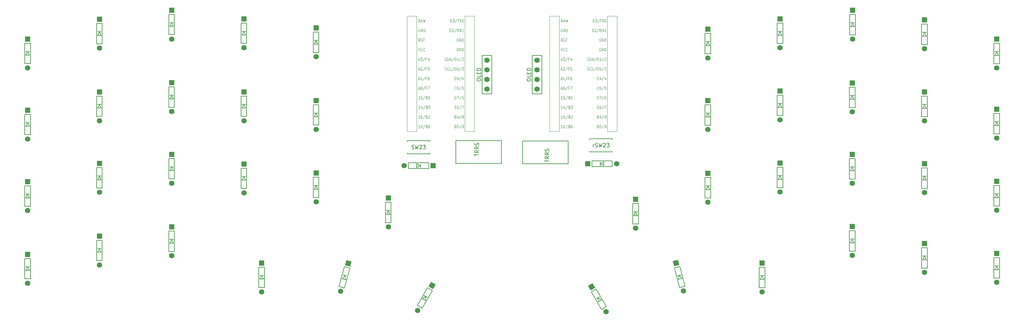
<source format=gbr>
G04 #@! TF.GenerationSoftware,KiCad,Pcbnew,7.0.10*
G04 #@! TF.CreationDate,2024-09-26T00:25:04+09:00*
G04 #@! TF.ProjectId,keyboard_denchi,6b657962-6f61-4726-945f-64656e636869,rev?*
G04 #@! TF.SameCoordinates,Original*
G04 #@! TF.FileFunction,Legend,Top*
G04 #@! TF.FilePolarity,Positive*
%FSLAX46Y46*%
G04 Gerber Fmt 4.6, Leading zero omitted, Abs format (unit mm)*
G04 Created by KiCad (PCBNEW 7.0.10) date 2024-09-26 00:25:04*
%MOMM*%
%LPD*%
G01*
G04 APERTURE LIST*
G04 Aperture macros list*
%AMRotRect*
0 Rectangle, with rotation*
0 The origin of the aperture is its center*
0 $1 length*
0 $2 width*
0 $3 Rotation angle, in degrees counterclockwise*
0 Add horizontal line*
21,1,$1,$2,0,0,$3*%
G04 Aperture macros list end*
%ADD10C,0.150000*%
%ADD11C,0.125000*%
%ADD12C,0.120000*%
%ADD13C,1.397000*%
%ADD14R,1.397000X1.397000*%
%ADD15RotRect,1.397000X1.397000X285.000000*%
%ADD16RotRect,1.397000X1.397000X300.000000*%
%ADD17RotRect,1.397000X1.397000X255.000000*%
%ADD18RotRect,1.397000X1.397000X240.000000*%
G04 APERTURE END LIST*
D10*
X169759571Y-72970319D02*
X169759571Y-72303652D01*
X169759571Y-72494128D02*
X169807190Y-72398890D01*
X169807190Y-72398890D02*
X169854809Y-72351271D01*
X169854809Y-72351271D02*
X169950047Y-72303652D01*
X169950047Y-72303652D02*
X170045285Y-72303652D01*
X170331000Y-72922700D02*
X170473857Y-72970319D01*
X170473857Y-72970319D02*
X170711952Y-72970319D01*
X170711952Y-72970319D02*
X170807190Y-72922700D01*
X170807190Y-72922700D02*
X170854809Y-72875080D01*
X170854809Y-72875080D02*
X170902428Y-72779842D01*
X170902428Y-72779842D02*
X170902428Y-72684604D01*
X170902428Y-72684604D02*
X170854809Y-72589366D01*
X170854809Y-72589366D02*
X170807190Y-72541747D01*
X170807190Y-72541747D02*
X170711952Y-72494128D01*
X170711952Y-72494128D02*
X170521476Y-72446509D01*
X170521476Y-72446509D02*
X170426238Y-72398890D01*
X170426238Y-72398890D02*
X170378619Y-72351271D01*
X170378619Y-72351271D02*
X170331000Y-72256033D01*
X170331000Y-72256033D02*
X170331000Y-72160795D01*
X170331000Y-72160795D02*
X170378619Y-72065557D01*
X170378619Y-72065557D02*
X170426238Y-72017938D01*
X170426238Y-72017938D02*
X170521476Y-71970319D01*
X170521476Y-71970319D02*
X170759571Y-71970319D01*
X170759571Y-71970319D02*
X170902428Y-72017938D01*
X171235762Y-71970319D02*
X171473857Y-72970319D01*
X171473857Y-72970319D02*
X171664333Y-72256033D01*
X171664333Y-72256033D02*
X171854809Y-72970319D01*
X171854809Y-72970319D02*
X172092905Y-71970319D01*
X172426238Y-72065557D02*
X172473857Y-72017938D01*
X172473857Y-72017938D02*
X172569095Y-71970319D01*
X172569095Y-71970319D02*
X172807190Y-71970319D01*
X172807190Y-71970319D02*
X172902428Y-72017938D01*
X172902428Y-72017938D02*
X172950047Y-72065557D01*
X172950047Y-72065557D02*
X172997666Y-72160795D01*
X172997666Y-72160795D02*
X172997666Y-72256033D01*
X172997666Y-72256033D02*
X172950047Y-72398890D01*
X172950047Y-72398890D02*
X172378619Y-72970319D01*
X172378619Y-72970319D02*
X172997666Y-72970319D01*
X173331000Y-71970319D02*
X173950047Y-71970319D01*
X173950047Y-71970319D02*
X173616714Y-72351271D01*
X173616714Y-72351271D02*
X173759571Y-72351271D01*
X173759571Y-72351271D02*
X173854809Y-72398890D01*
X173854809Y-72398890D02*
X173902428Y-72446509D01*
X173902428Y-72446509D02*
X173950047Y-72541747D01*
X173950047Y-72541747D02*
X173950047Y-72779842D01*
X173950047Y-72779842D02*
X173902428Y-72875080D01*
X173902428Y-72875080D02*
X173854809Y-72922700D01*
X173854809Y-72922700D02*
X173759571Y-72970319D01*
X173759571Y-72970319D02*
X173473857Y-72970319D01*
X173473857Y-72970319D02*
X173378619Y-72922700D01*
X173378619Y-72922700D02*
X173331000Y-72875080D01*
X157034819Y-76878904D02*
X157034819Y-76307476D01*
X158034819Y-76593190D02*
X157034819Y-76593190D01*
X158034819Y-75402714D02*
X157558628Y-75736047D01*
X158034819Y-75974142D02*
X157034819Y-75974142D01*
X157034819Y-75974142D02*
X157034819Y-75593190D01*
X157034819Y-75593190D02*
X157082438Y-75497952D01*
X157082438Y-75497952D02*
X157130057Y-75450333D01*
X157130057Y-75450333D02*
X157225295Y-75402714D01*
X157225295Y-75402714D02*
X157368152Y-75402714D01*
X157368152Y-75402714D02*
X157463390Y-75450333D01*
X157463390Y-75450333D02*
X157511009Y-75497952D01*
X157511009Y-75497952D02*
X157558628Y-75593190D01*
X157558628Y-75593190D02*
X157558628Y-75974142D01*
X158034819Y-74402714D02*
X157558628Y-74736047D01*
X158034819Y-74974142D02*
X157034819Y-74974142D01*
X157034819Y-74974142D02*
X157034819Y-74593190D01*
X157034819Y-74593190D02*
X157082438Y-74497952D01*
X157082438Y-74497952D02*
X157130057Y-74450333D01*
X157130057Y-74450333D02*
X157225295Y-74402714D01*
X157225295Y-74402714D02*
X157368152Y-74402714D01*
X157368152Y-74402714D02*
X157463390Y-74450333D01*
X157463390Y-74450333D02*
X157511009Y-74497952D01*
X157511009Y-74497952D02*
X157558628Y-74593190D01*
X157558628Y-74593190D02*
X157558628Y-74974142D01*
X157987200Y-74021761D02*
X158034819Y-73878904D01*
X158034819Y-73878904D02*
X158034819Y-73640809D01*
X158034819Y-73640809D02*
X157987200Y-73545571D01*
X157987200Y-73545571D02*
X157939580Y-73497952D01*
X157939580Y-73497952D02*
X157844342Y-73450333D01*
X157844342Y-73450333D02*
X157749104Y-73450333D01*
X157749104Y-73450333D02*
X157653866Y-73497952D01*
X157653866Y-73497952D02*
X157606247Y-73545571D01*
X157606247Y-73545571D02*
X157558628Y-73640809D01*
X157558628Y-73640809D02*
X157511009Y-73831285D01*
X157511009Y-73831285D02*
X157463390Y-73926523D01*
X157463390Y-73926523D02*
X157415771Y-73974142D01*
X157415771Y-73974142D02*
X157320533Y-74021761D01*
X157320533Y-74021761D02*
X157225295Y-74021761D01*
X157225295Y-74021761D02*
X157130057Y-73974142D01*
X157130057Y-73974142D02*
X157082438Y-73926523D01*
X157082438Y-73926523D02*
X157034819Y-73831285D01*
X157034819Y-73831285D02*
X157034819Y-73593190D01*
X157034819Y-73593190D02*
X157082438Y-73450333D01*
X152294819Y-55275880D02*
X152294819Y-55085404D01*
X152294819Y-55085404D02*
X152342438Y-54990166D01*
X152342438Y-54990166D02*
X152437676Y-54894928D01*
X152437676Y-54894928D02*
X152628152Y-54847309D01*
X152628152Y-54847309D02*
X152961485Y-54847309D01*
X152961485Y-54847309D02*
X153151961Y-54894928D01*
X153151961Y-54894928D02*
X153247200Y-54990166D01*
X153247200Y-54990166D02*
X153294819Y-55085404D01*
X153294819Y-55085404D02*
X153294819Y-55275880D01*
X153294819Y-55275880D02*
X153247200Y-55371118D01*
X153247200Y-55371118D02*
X153151961Y-55466356D01*
X153151961Y-55466356D02*
X152961485Y-55513975D01*
X152961485Y-55513975D02*
X152628152Y-55513975D01*
X152628152Y-55513975D02*
X152437676Y-55466356D01*
X152437676Y-55466356D02*
X152342438Y-55371118D01*
X152342438Y-55371118D02*
X152294819Y-55275880D01*
X153294819Y-53942547D02*
X153294819Y-54418737D01*
X153294819Y-54418737D02*
X152294819Y-54418737D01*
X152771009Y-53609213D02*
X152771009Y-53275880D01*
X153294819Y-53133023D02*
X153294819Y-53609213D01*
X153294819Y-53609213D02*
X152294819Y-53609213D01*
X152294819Y-53609213D02*
X152294819Y-53133023D01*
X153294819Y-52704451D02*
X152294819Y-52704451D01*
X152294819Y-52704451D02*
X152294819Y-52466356D01*
X152294819Y-52466356D02*
X152342438Y-52323499D01*
X152342438Y-52323499D02*
X152437676Y-52228261D01*
X152437676Y-52228261D02*
X152532914Y-52180642D01*
X152532914Y-52180642D02*
X152723390Y-52133023D01*
X152723390Y-52133023D02*
X152866247Y-52133023D01*
X152866247Y-52133023D02*
X153056723Y-52180642D01*
X153056723Y-52180642D02*
X153151961Y-52228261D01*
X153151961Y-52228261D02*
X153247200Y-52323499D01*
X153247200Y-52323499D02*
X153294819Y-52466356D01*
X153294819Y-52466356D02*
X153294819Y-52704451D01*
D11*
X161232686Y-57528678D02*
X161551733Y-57528678D01*
X161168876Y-57742964D02*
X161392209Y-56992964D01*
X161392209Y-56992964D02*
X161615543Y-57742964D01*
X161966495Y-56992964D02*
X162030305Y-56992964D01*
X162030305Y-56992964D02*
X162094114Y-57028678D01*
X162094114Y-57028678D02*
X162126019Y-57064392D01*
X162126019Y-57064392D02*
X162157924Y-57135821D01*
X162157924Y-57135821D02*
X162189829Y-57278678D01*
X162189829Y-57278678D02*
X162189829Y-57457250D01*
X162189829Y-57457250D02*
X162157924Y-57600107D01*
X162157924Y-57600107D02*
X162126019Y-57671535D01*
X162126019Y-57671535D02*
X162094114Y-57707250D01*
X162094114Y-57707250D02*
X162030305Y-57742964D01*
X162030305Y-57742964D02*
X161966495Y-57742964D01*
X161966495Y-57742964D02*
X161902686Y-57707250D01*
X161902686Y-57707250D02*
X161870781Y-57671535D01*
X161870781Y-57671535D02*
X161838876Y-57600107D01*
X161838876Y-57600107D02*
X161806972Y-57457250D01*
X161806972Y-57457250D02*
X161806972Y-57278678D01*
X161806972Y-57278678D02*
X161838876Y-57135821D01*
X161838876Y-57135821D02*
X161870781Y-57064392D01*
X161870781Y-57064392D02*
X161902686Y-57028678D01*
X161902686Y-57028678D02*
X161966495Y-56992964D01*
X162955543Y-56957250D02*
X162381257Y-57921535D01*
X163402210Y-57350107D02*
X163178876Y-57350107D01*
X163178876Y-57742964D02*
X163178876Y-56992964D01*
X163178876Y-56992964D02*
X163497924Y-56992964D01*
X163689353Y-56992964D02*
X164136019Y-56992964D01*
X164136019Y-56992964D02*
X163848877Y-57742964D01*
X161232686Y-52448678D02*
X161551733Y-52448678D01*
X161168876Y-52662964D02*
X161392209Y-51912964D01*
X161392209Y-51912964D02*
X161615543Y-52662964D01*
X161806972Y-51984392D02*
X161838876Y-51948678D01*
X161838876Y-51948678D02*
X161902686Y-51912964D01*
X161902686Y-51912964D02*
X162062210Y-51912964D01*
X162062210Y-51912964D02*
X162126019Y-51948678D01*
X162126019Y-51948678D02*
X162157924Y-51984392D01*
X162157924Y-51984392D02*
X162189829Y-52055821D01*
X162189829Y-52055821D02*
X162189829Y-52127250D01*
X162189829Y-52127250D02*
X162157924Y-52234392D01*
X162157924Y-52234392D02*
X161775067Y-52662964D01*
X161775067Y-52662964D02*
X162189829Y-52662964D01*
X162955543Y-51877250D02*
X162381257Y-52841535D01*
X163402210Y-52270107D02*
X163178876Y-52270107D01*
X163178876Y-52662964D02*
X163178876Y-51912964D01*
X163178876Y-51912964D02*
X163497924Y-51912964D01*
X164072210Y-51912964D02*
X163753162Y-51912964D01*
X163753162Y-51912964D02*
X163721258Y-52270107D01*
X163721258Y-52270107D02*
X163753162Y-52234392D01*
X163753162Y-52234392D02*
X163816972Y-52198678D01*
X163816972Y-52198678D02*
X163976496Y-52198678D01*
X163976496Y-52198678D02*
X164040305Y-52234392D01*
X164040305Y-52234392D02*
X164072210Y-52270107D01*
X164072210Y-52270107D02*
X164104115Y-52341535D01*
X164104115Y-52341535D02*
X164104115Y-52520107D01*
X164104115Y-52520107D02*
X164072210Y-52591535D01*
X164072210Y-52591535D02*
X164040305Y-52627250D01*
X164040305Y-52627250D02*
X163976496Y-52662964D01*
X163976496Y-52662964D02*
X163816972Y-52662964D01*
X163816972Y-52662964D02*
X163753162Y-52627250D01*
X163753162Y-52627250D02*
X163721258Y-52591535D01*
X161232686Y-54988678D02*
X161551733Y-54988678D01*
X161168876Y-55202964D02*
X161392209Y-54452964D01*
X161392209Y-54452964D02*
X161615543Y-55202964D01*
X162189829Y-55202964D02*
X161806972Y-55202964D01*
X161998400Y-55202964D02*
X161998400Y-54452964D01*
X161998400Y-54452964D02*
X161934591Y-54560107D01*
X161934591Y-54560107D02*
X161870781Y-54631535D01*
X161870781Y-54631535D02*
X161806972Y-54667250D01*
X162955543Y-54417250D02*
X162381257Y-55381535D01*
X163402210Y-54810107D02*
X163178876Y-54810107D01*
X163178876Y-55202964D02*
X163178876Y-54452964D01*
X163178876Y-54452964D02*
X163497924Y-54452964D01*
X164040305Y-54452964D02*
X163912686Y-54452964D01*
X163912686Y-54452964D02*
X163848877Y-54488678D01*
X163848877Y-54488678D02*
X163816972Y-54524392D01*
X163816972Y-54524392D02*
X163753162Y-54631535D01*
X163753162Y-54631535D02*
X163721258Y-54774392D01*
X163721258Y-54774392D02*
X163721258Y-55060107D01*
X163721258Y-55060107D02*
X163753162Y-55131535D01*
X163753162Y-55131535D02*
X163785067Y-55167250D01*
X163785067Y-55167250D02*
X163848877Y-55202964D01*
X163848877Y-55202964D02*
X163976496Y-55202964D01*
X163976496Y-55202964D02*
X164040305Y-55167250D01*
X164040305Y-55167250D02*
X164072210Y-55131535D01*
X164072210Y-55131535D02*
X164104115Y-55060107D01*
X164104115Y-55060107D02*
X164104115Y-54881535D01*
X164104115Y-54881535D02*
X164072210Y-54810107D01*
X164072210Y-54810107D02*
X164040305Y-54774392D01*
X164040305Y-54774392D02*
X163976496Y-54738678D01*
X163976496Y-54738678D02*
X163848877Y-54738678D01*
X163848877Y-54738678D02*
X163785067Y-54774392D01*
X163785067Y-54774392D02*
X163753162Y-54810107D01*
X163753162Y-54810107D02*
X163721258Y-54881535D01*
X169476733Y-42502964D02*
X169476733Y-41752964D01*
X169476733Y-41752964D02*
X169636257Y-41752964D01*
X169636257Y-41752964D02*
X169731971Y-41788678D01*
X169731971Y-41788678D02*
X169795781Y-41860107D01*
X169795781Y-41860107D02*
X169827686Y-41931535D01*
X169827686Y-41931535D02*
X169859590Y-42074392D01*
X169859590Y-42074392D02*
X169859590Y-42181535D01*
X169859590Y-42181535D02*
X169827686Y-42324392D01*
X169827686Y-42324392D02*
X169795781Y-42395821D01*
X169795781Y-42395821D02*
X169731971Y-42467250D01*
X169731971Y-42467250D02*
X169636257Y-42502964D01*
X169636257Y-42502964D02*
X169476733Y-42502964D01*
X170114829Y-41824392D02*
X170146733Y-41788678D01*
X170146733Y-41788678D02*
X170210543Y-41752964D01*
X170210543Y-41752964D02*
X170370067Y-41752964D01*
X170370067Y-41752964D02*
X170433876Y-41788678D01*
X170433876Y-41788678D02*
X170465781Y-41824392D01*
X170465781Y-41824392D02*
X170497686Y-41895821D01*
X170497686Y-41895821D02*
X170497686Y-41967250D01*
X170497686Y-41967250D02*
X170465781Y-42074392D01*
X170465781Y-42074392D02*
X170082924Y-42502964D01*
X170082924Y-42502964D02*
X170497686Y-42502964D01*
X171263400Y-41717250D02*
X170689114Y-42681535D01*
X171869590Y-42502964D02*
X171646257Y-42145821D01*
X171486733Y-42502964D02*
X171486733Y-41752964D01*
X171486733Y-41752964D02*
X171741971Y-41752964D01*
X171741971Y-41752964D02*
X171805781Y-41788678D01*
X171805781Y-41788678D02*
X171837686Y-41824392D01*
X171837686Y-41824392D02*
X171869590Y-41895821D01*
X171869590Y-41895821D02*
X171869590Y-42002964D01*
X171869590Y-42002964D02*
X171837686Y-42074392D01*
X171837686Y-42074392D02*
X171805781Y-42110107D01*
X171805781Y-42110107D02*
X171741971Y-42145821D01*
X171741971Y-42145821D02*
X171486733Y-42145821D01*
X172092924Y-41752964D02*
X172539590Y-42502964D01*
X172539590Y-41752964D02*
X172092924Y-42502964D01*
X173145781Y-42502964D02*
X172762924Y-42502964D01*
X172954352Y-42502964D02*
X172954352Y-41752964D01*
X172954352Y-41752964D02*
X172890543Y-41860107D01*
X172890543Y-41860107D02*
X172826733Y-41931535D01*
X172826733Y-41931535D02*
X172762924Y-41967250D01*
X161168876Y-46832964D02*
X161392209Y-47582964D01*
X161392209Y-47582964D02*
X161615543Y-46832964D01*
X162221733Y-47511535D02*
X162189829Y-47547250D01*
X162189829Y-47547250D02*
X162094114Y-47582964D01*
X162094114Y-47582964D02*
X162030305Y-47582964D01*
X162030305Y-47582964D02*
X161934591Y-47547250D01*
X161934591Y-47547250D02*
X161870781Y-47475821D01*
X161870781Y-47475821D02*
X161838876Y-47404392D01*
X161838876Y-47404392D02*
X161806972Y-47261535D01*
X161806972Y-47261535D02*
X161806972Y-47154392D01*
X161806972Y-47154392D02*
X161838876Y-47011535D01*
X161838876Y-47011535D02*
X161870781Y-46940107D01*
X161870781Y-46940107D02*
X161934591Y-46868678D01*
X161934591Y-46868678D02*
X162030305Y-46832964D01*
X162030305Y-46832964D02*
X162094114Y-46832964D01*
X162094114Y-46832964D02*
X162189829Y-46868678D01*
X162189829Y-46868678D02*
X162221733Y-46904392D01*
X162891733Y-47511535D02*
X162859829Y-47547250D01*
X162859829Y-47547250D02*
X162764114Y-47582964D01*
X162764114Y-47582964D02*
X162700305Y-47582964D01*
X162700305Y-47582964D02*
X162604591Y-47547250D01*
X162604591Y-47547250D02*
X162540781Y-47475821D01*
X162540781Y-47475821D02*
X162508876Y-47404392D01*
X162508876Y-47404392D02*
X162476972Y-47261535D01*
X162476972Y-47261535D02*
X162476972Y-47154392D01*
X162476972Y-47154392D02*
X162508876Y-47011535D01*
X162508876Y-47011535D02*
X162540781Y-46940107D01*
X162540781Y-46940107D02*
X162604591Y-46868678D01*
X162604591Y-46868678D02*
X162700305Y-46832964D01*
X162700305Y-46832964D02*
X162764114Y-46832964D01*
X162764114Y-46832964D02*
X162859829Y-46868678D01*
X162859829Y-46868678D02*
X162891733Y-46904392D01*
X170784828Y-55202964D02*
X170784828Y-54452964D01*
X170784828Y-54452964D02*
X170944352Y-54452964D01*
X170944352Y-54452964D02*
X171040066Y-54488678D01*
X171040066Y-54488678D02*
X171103876Y-54560107D01*
X171103876Y-54560107D02*
X171135781Y-54631535D01*
X171135781Y-54631535D02*
X171167685Y-54774392D01*
X171167685Y-54774392D02*
X171167685Y-54881535D01*
X171167685Y-54881535D02*
X171135781Y-55024392D01*
X171135781Y-55024392D02*
X171103876Y-55095821D01*
X171103876Y-55095821D02*
X171040066Y-55167250D01*
X171040066Y-55167250D02*
X170944352Y-55202964D01*
X170944352Y-55202964D02*
X170784828Y-55202964D01*
X171741971Y-54702964D02*
X171741971Y-55202964D01*
X171582447Y-54417250D02*
X171422924Y-54952964D01*
X171422924Y-54952964D02*
X171837685Y-54952964D01*
X172571495Y-54417250D02*
X171997209Y-55381535D01*
X173081971Y-54702964D02*
X173081971Y-55202964D01*
X172922447Y-54417250D02*
X172762924Y-54952964D01*
X172762924Y-54952964D02*
X173177685Y-54952964D01*
X168200543Y-52627250D02*
X168296257Y-52662964D01*
X168296257Y-52662964D02*
X168455781Y-52662964D01*
X168455781Y-52662964D02*
X168519590Y-52627250D01*
X168519590Y-52627250D02*
X168551495Y-52591535D01*
X168551495Y-52591535D02*
X168583400Y-52520107D01*
X168583400Y-52520107D02*
X168583400Y-52448678D01*
X168583400Y-52448678D02*
X168551495Y-52377250D01*
X168551495Y-52377250D02*
X168519590Y-52341535D01*
X168519590Y-52341535D02*
X168455781Y-52305821D01*
X168455781Y-52305821D02*
X168328162Y-52270107D01*
X168328162Y-52270107D02*
X168264352Y-52234392D01*
X168264352Y-52234392D02*
X168232447Y-52198678D01*
X168232447Y-52198678D02*
X168200543Y-52127250D01*
X168200543Y-52127250D02*
X168200543Y-52055821D01*
X168200543Y-52055821D02*
X168232447Y-51984392D01*
X168232447Y-51984392D02*
X168264352Y-51948678D01*
X168264352Y-51948678D02*
X168328162Y-51912964D01*
X168328162Y-51912964D02*
X168487685Y-51912964D01*
X168487685Y-51912964D02*
X168583400Y-51948678D01*
X169253399Y-52591535D02*
X169221495Y-52627250D01*
X169221495Y-52627250D02*
X169125780Y-52662964D01*
X169125780Y-52662964D02*
X169061971Y-52662964D01*
X169061971Y-52662964D02*
X168966257Y-52627250D01*
X168966257Y-52627250D02*
X168902447Y-52555821D01*
X168902447Y-52555821D02*
X168870542Y-52484392D01*
X168870542Y-52484392D02*
X168838638Y-52341535D01*
X168838638Y-52341535D02*
X168838638Y-52234392D01*
X168838638Y-52234392D02*
X168870542Y-52091535D01*
X168870542Y-52091535D02*
X168902447Y-52020107D01*
X168902447Y-52020107D02*
X168966257Y-51948678D01*
X168966257Y-51948678D02*
X169061971Y-51912964D01*
X169061971Y-51912964D02*
X169125780Y-51912964D01*
X169125780Y-51912964D02*
X169221495Y-51948678D01*
X169221495Y-51948678D02*
X169253399Y-51984392D01*
X169859590Y-52662964D02*
X169540542Y-52662964D01*
X169540542Y-52662964D02*
X169540542Y-51912964D01*
X170561495Y-51877250D02*
X169987209Y-52841535D01*
X170784828Y-52662964D02*
X170784828Y-51912964D01*
X170784828Y-51912964D02*
X170944352Y-51912964D01*
X170944352Y-51912964D02*
X171040066Y-51948678D01*
X171040066Y-51948678D02*
X171103876Y-52020107D01*
X171103876Y-52020107D02*
X171135781Y-52091535D01*
X171135781Y-52091535D02*
X171167685Y-52234392D01*
X171167685Y-52234392D02*
X171167685Y-52341535D01*
X171167685Y-52341535D02*
X171135781Y-52484392D01*
X171135781Y-52484392D02*
X171103876Y-52555821D01*
X171103876Y-52555821D02*
X171040066Y-52627250D01*
X171040066Y-52627250D02*
X170944352Y-52662964D01*
X170944352Y-52662964D02*
X170784828Y-52662964D01*
X171582447Y-51912964D02*
X171646257Y-51912964D01*
X171646257Y-51912964D02*
X171710066Y-51948678D01*
X171710066Y-51948678D02*
X171741971Y-51984392D01*
X171741971Y-51984392D02*
X171773876Y-52055821D01*
X171773876Y-52055821D02*
X171805781Y-52198678D01*
X171805781Y-52198678D02*
X171805781Y-52377250D01*
X171805781Y-52377250D02*
X171773876Y-52520107D01*
X171773876Y-52520107D02*
X171741971Y-52591535D01*
X171741971Y-52591535D02*
X171710066Y-52627250D01*
X171710066Y-52627250D02*
X171646257Y-52662964D01*
X171646257Y-52662964D02*
X171582447Y-52662964D01*
X171582447Y-52662964D02*
X171518638Y-52627250D01*
X171518638Y-52627250D02*
X171486733Y-52591535D01*
X171486733Y-52591535D02*
X171454828Y-52520107D01*
X171454828Y-52520107D02*
X171422924Y-52377250D01*
X171422924Y-52377250D02*
X171422924Y-52198678D01*
X171422924Y-52198678D02*
X171454828Y-52055821D01*
X171454828Y-52055821D02*
X171486733Y-51984392D01*
X171486733Y-51984392D02*
X171518638Y-51948678D01*
X171518638Y-51948678D02*
X171582447Y-51912964D01*
X172571495Y-51877250D02*
X171997209Y-52841535D01*
X172731019Y-51912964D02*
X173145781Y-51912964D01*
X173145781Y-51912964D02*
X172922447Y-52198678D01*
X172922447Y-52198678D02*
X173018162Y-52198678D01*
X173018162Y-52198678D02*
X173081971Y-52234392D01*
X173081971Y-52234392D02*
X173113876Y-52270107D01*
X173113876Y-52270107D02*
X173145781Y-52341535D01*
X173145781Y-52341535D02*
X173145781Y-52520107D01*
X173145781Y-52520107D02*
X173113876Y-52591535D01*
X173113876Y-52591535D02*
X173081971Y-52627250D01*
X173081971Y-52627250D02*
X173018162Y-52662964D01*
X173018162Y-52662964D02*
X172826733Y-52662964D01*
X172826733Y-52662964D02*
X172762924Y-52627250D01*
X172762924Y-52627250D02*
X172731019Y-52591535D01*
X161615543Y-41788678D02*
X161551733Y-41752964D01*
X161551733Y-41752964D02*
X161456019Y-41752964D01*
X161456019Y-41752964D02*
X161360305Y-41788678D01*
X161360305Y-41788678D02*
X161296495Y-41860107D01*
X161296495Y-41860107D02*
X161264590Y-41931535D01*
X161264590Y-41931535D02*
X161232686Y-42074392D01*
X161232686Y-42074392D02*
X161232686Y-42181535D01*
X161232686Y-42181535D02*
X161264590Y-42324392D01*
X161264590Y-42324392D02*
X161296495Y-42395821D01*
X161296495Y-42395821D02*
X161360305Y-42467250D01*
X161360305Y-42467250D02*
X161456019Y-42502964D01*
X161456019Y-42502964D02*
X161519828Y-42502964D01*
X161519828Y-42502964D02*
X161615543Y-42467250D01*
X161615543Y-42467250D02*
X161647447Y-42431535D01*
X161647447Y-42431535D02*
X161647447Y-42181535D01*
X161647447Y-42181535D02*
X161519828Y-42181535D01*
X161934590Y-42502964D02*
X161934590Y-41752964D01*
X161934590Y-41752964D02*
X162317447Y-42502964D01*
X162317447Y-42502964D02*
X162317447Y-41752964D01*
X162636495Y-42502964D02*
X162636495Y-41752964D01*
X162636495Y-41752964D02*
X162796019Y-41752964D01*
X162796019Y-41752964D02*
X162891733Y-41788678D01*
X162891733Y-41788678D02*
X162955543Y-41860107D01*
X162955543Y-41860107D02*
X162987448Y-41931535D01*
X162987448Y-41931535D02*
X163019352Y-42074392D01*
X163019352Y-42074392D02*
X163019352Y-42181535D01*
X163019352Y-42181535D02*
X162987448Y-42324392D01*
X162987448Y-42324392D02*
X162955543Y-42395821D01*
X162955543Y-42395821D02*
X162891733Y-42467250D01*
X162891733Y-42467250D02*
X162796019Y-42502964D01*
X162796019Y-42502964D02*
X162636495Y-42502964D01*
X161615543Y-65362964D02*
X161232686Y-65362964D01*
X161424114Y-65362964D02*
X161424114Y-64612964D01*
X161424114Y-64612964D02*
X161360305Y-64720107D01*
X161360305Y-64720107D02*
X161296495Y-64791535D01*
X161296495Y-64791535D02*
X161232686Y-64827250D01*
X162189828Y-64612964D02*
X162062209Y-64612964D01*
X162062209Y-64612964D02*
X161998400Y-64648678D01*
X161998400Y-64648678D02*
X161966495Y-64684392D01*
X161966495Y-64684392D02*
X161902685Y-64791535D01*
X161902685Y-64791535D02*
X161870781Y-64934392D01*
X161870781Y-64934392D02*
X161870781Y-65220107D01*
X161870781Y-65220107D02*
X161902685Y-65291535D01*
X161902685Y-65291535D02*
X161934590Y-65327250D01*
X161934590Y-65327250D02*
X161998400Y-65362964D01*
X161998400Y-65362964D02*
X162126019Y-65362964D01*
X162126019Y-65362964D02*
X162189828Y-65327250D01*
X162189828Y-65327250D02*
X162221733Y-65291535D01*
X162221733Y-65291535D02*
X162253638Y-65220107D01*
X162253638Y-65220107D02*
X162253638Y-65041535D01*
X162253638Y-65041535D02*
X162221733Y-64970107D01*
X162221733Y-64970107D02*
X162189828Y-64934392D01*
X162189828Y-64934392D02*
X162126019Y-64898678D01*
X162126019Y-64898678D02*
X161998400Y-64898678D01*
X161998400Y-64898678D02*
X161934590Y-64934392D01*
X161934590Y-64934392D02*
X161902685Y-64970107D01*
X161902685Y-64970107D02*
X161870781Y-65041535D01*
X163019352Y-64577250D02*
X162445066Y-65541535D01*
X163466019Y-64970107D02*
X163561733Y-65005821D01*
X163561733Y-65005821D02*
X163593638Y-65041535D01*
X163593638Y-65041535D02*
X163625542Y-65112964D01*
X163625542Y-65112964D02*
X163625542Y-65220107D01*
X163625542Y-65220107D02*
X163593638Y-65291535D01*
X163593638Y-65291535D02*
X163561733Y-65327250D01*
X163561733Y-65327250D02*
X163497923Y-65362964D01*
X163497923Y-65362964D02*
X163242685Y-65362964D01*
X163242685Y-65362964D02*
X163242685Y-64612964D01*
X163242685Y-64612964D02*
X163466019Y-64612964D01*
X163466019Y-64612964D02*
X163529828Y-64648678D01*
X163529828Y-64648678D02*
X163561733Y-64684392D01*
X163561733Y-64684392D02*
X163593638Y-64755821D01*
X163593638Y-64755821D02*
X163593638Y-64827250D01*
X163593638Y-64827250D02*
X163561733Y-64898678D01*
X163561733Y-64898678D02*
X163529828Y-64934392D01*
X163529828Y-64934392D02*
X163466019Y-64970107D01*
X163466019Y-64970107D02*
X163242685Y-64970107D01*
X163880781Y-64684392D02*
X163912685Y-64648678D01*
X163912685Y-64648678D02*
X163976495Y-64612964D01*
X163976495Y-64612964D02*
X164136019Y-64612964D01*
X164136019Y-64612964D02*
X164199828Y-64648678D01*
X164199828Y-64648678D02*
X164231733Y-64684392D01*
X164231733Y-64684392D02*
X164263638Y-64755821D01*
X164263638Y-64755821D02*
X164263638Y-64827250D01*
X164263638Y-64827250D02*
X164231733Y-64934392D01*
X164231733Y-64934392D02*
X163848876Y-65362964D01*
X163848876Y-65362964D02*
X164263638Y-65362964D01*
X169636256Y-39962964D02*
X169636256Y-39212964D01*
X169636256Y-39212964D02*
X169795780Y-39212964D01*
X169795780Y-39212964D02*
X169891494Y-39248678D01*
X169891494Y-39248678D02*
X169955304Y-39320107D01*
X169955304Y-39320107D02*
X169987209Y-39391535D01*
X169987209Y-39391535D02*
X170019113Y-39534392D01*
X170019113Y-39534392D02*
X170019113Y-39641535D01*
X170019113Y-39641535D02*
X169987209Y-39784392D01*
X169987209Y-39784392D02*
X169955304Y-39855821D01*
X169955304Y-39855821D02*
X169891494Y-39927250D01*
X169891494Y-39927250D02*
X169795780Y-39962964D01*
X169795780Y-39962964D02*
X169636256Y-39962964D01*
X170242447Y-39212964D02*
X170657209Y-39212964D01*
X170657209Y-39212964D02*
X170433875Y-39498678D01*
X170433875Y-39498678D02*
X170529590Y-39498678D01*
X170529590Y-39498678D02*
X170593399Y-39534392D01*
X170593399Y-39534392D02*
X170625304Y-39570107D01*
X170625304Y-39570107D02*
X170657209Y-39641535D01*
X170657209Y-39641535D02*
X170657209Y-39820107D01*
X170657209Y-39820107D02*
X170625304Y-39891535D01*
X170625304Y-39891535D02*
X170593399Y-39927250D01*
X170593399Y-39927250D02*
X170529590Y-39962964D01*
X170529590Y-39962964D02*
X170338161Y-39962964D01*
X170338161Y-39962964D02*
X170274352Y-39927250D01*
X170274352Y-39927250D02*
X170242447Y-39891535D01*
X171422923Y-39177250D02*
X170848637Y-40141535D01*
X171550542Y-39212964D02*
X171933399Y-39212964D01*
X171741971Y-39962964D02*
X171741971Y-39212964D01*
X172092923Y-39212964D02*
X172539589Y-39962964D01*
X172539589Y-39212964D02*
X172092923Y-39962964D01*
X172922446Y-39212964D02*
X172986256Y-39212964D01*
X172986256Y-39212964D02*
X173050065Y-39248678D01*
X173050065Y-39248678D02*
X173081970Y-39284392D01*
X173081970Y-39284392D02*
X173113875Y-39355821D01*
X173113875Y-39355821D02*
X173145780Y-39498678D01*
X173145780Y-39498678D02*
X173145780Y-39677250D01*
X173145780Y-39677250D02*
X173113875Y-39820107D01*
X173113875Y-39820107D02*
X173081970Y-39891535D01*
X173081970Y-39891535D02*
X173050065Y-39927250D01*
X173050065Y-39927250D02*
X172986256Y-39962964D01*
X172986256Y-39962964D02*
X172922446Y-39962964D01*
X172922446Y-39962964D02*
X172858637Y-39927250D01*
X172858637Y-39927250D02*
X172826732Y-39891535D01*
X172826732Y-39891535D02*
X172794827Y-39820107D01*
X172794827Y-39820107D02*
X172762923Y-39677250D01*
X172762923Y-39677250D02*
X172762923Y-39498678D01*
X172762923Y-39498678D02*
X172794827Y-39355821D01*
X172794827Y-39355821D02*
X172826732Y-39284392D01*
X172826732Y-39284392D02*
X172858637Y-39248678D01*
X172858637Y-39248678D02*
X172922446Y-39212964D01*
X161615543Y-62822964D02*
X161232686Y-62822964D01*
X161424114Y-62822964D02*
X161424114Y-62072964D01*
X161424114Y-62072964D02*
X161360305Y-62180107D01*
X161360305Y-62180107D02*
X161296495Y-62251535D01*
X161296495Y-62251535D02*
X161232686Y-62287250D01*
X162189828Y-62322964D02*
X162189828Y-62822964D01*
X162030304Y-62037250D02*
X161870781Y-62572964D01*
X161870781Y-62572964D02*
X162285542Y-62572964D01*
X163019352Y-62037250D02*
X162445066Y-63001535D01*
X163466019Y-62430107D02*
X163561733Y-62465821D01*
X163561733Y-62465821D02*
X163593638Y-62501535D01*
X163593638Y-62501535D02*
X163625542Y-62572964D01*
X163625542Y-62572964D02*
X163625542Y-62680107D01*
X163625542Y-62680107D02*
X163593638Y-62751535D01*
X163593638Y-62751535D02*
X163561733Y-62787250D01*
X163561733Y-62787250D02*
X163497923Y-62822964D01*
X163497923Y-62822964D02*
X163242685Y-62822964D01*
X163242685Y-62822964D02*
X163242685Y-62072964D01*
X163242685Y-62072964D02*
X163466019Y-62072964D01*
X163466019Y-62072964D02*
X163529828Y-62108678D01*
X163529828Y-62108678D02*
X163561733Y-62144392D01*
X163561733Y-62144392D02*
X163593638Y-62215821D01*
X163593638Y-62215821D02*
X163593638Y-62287250D01*
X163593638Y-62287250D02*
X163561733Y-62358678D01*
X163561733Y-62358678D02*
X163529828Y-62394392D01*
X163529828Y-62394392D02*
X163466019Y-62430107D01*
X163466019Y-62430107D02*
X163242685Y-62430107D01*
X163848876Y-62072964D02*
X164263638Y-62072964D01*
X164263638Y-62072964D02*
X164040304Y-62358678D01*
X164040304Y-62358678D02*
X164136019Y-62358678D01*
X164136019Y-62358678D02*
X164199828Y-62394392D01*
X164199828Y-62394392D02*
X164231733Y-62430107D01*
X164231733Y-62430107D02*
X164263638Y-62501535D01*
X164263638Y-62501535D02*
X164263638Y-62680107D01*
X164263638Y-62680107D02*
X164231733Y-62751535D01*
X164231733Y-62751535D02*
X164199828Y-62787250D01*
X164199828Y-62787250D02*
X164136019Y-62822964D01*
X164136019Y-62822964D02*
X163944590Y-62822964D01*
X163944590Y-62822964D02*
X163880781Y-62787250D01*
X163880781Y-62787250D02*
X163848876Y-62751535D01*
X171008162Y-64970107D02*
X171103876Y-65005821D01*
X171103876Y-65005821D02*
X171135781Y-65041535D01*
X171135781Y-65041535D02*
X171167685Y-65112964D01*
X171167685Y-65112964D02*
X171167685Y-65220107D01*
X171167685Y-65220107D02*
X171135781Y-65291535D01*
X171135781Y-65291535D02*
X171103876Y-65327250D01*
X171103876Y-65327250D02*
X171040066Y-65362964D01*
X171040066Y-65362964D02*
X170784828Y-65362964D01*
X170784828Y-65362964D02*
X170784828Y-64612964D01*
X170784828Y-64612964D02*
X171008162Y-64612964D01*
X171008162Y-64612964D02*
X171071971Y-64648678D01*
X171071971Y-64648678D02*
X171103876Y-64684392D01*
X171103876Y-64684392D02*
X171135781Y-64755821D01*
X171135781Y-64755821D02*
X171135781Y-64827250D01*
X171135781Y-64827250D02*
X171103876Y-64898678D01*
X171103876Y-64898678D02*
X171071971Y-64934392D01*
X171071971Y-64934392D02*
X171008162Y-64970107D01*
X171008162Y-64970107D02*
X170784828Y-64970107D01*
X171741971Y-64862964D02*
X171741971Y-65362964D01*
X171582447Y-64577250D02*
X171422924Y-65112964D01*
X171422924Y-65112964D02*
X171837685Y-65112964D01*
X172571495Y-64577250D02*
X171997209Y-65541535D01*
X172890543Y-64934392D02*
X172826733Y-64898678D01*
X172826733Y-64898678D02*
X172794828Y-64862964D01*
X172794828Y-64862964D02*
X172762924Y-64791535D01*
X172762924Y-64791535D02*
X172762924Y-64755821D01*
X172762924Y-64755821D02*
X172794828Y-64684392D01*
X172794828Y-64684392D02*
X172826733Y-64648678D01*
X172826733Y-64648678D02*
X172890543Y-64612964D01*
X172890543Y-64612964D02*
X173018162Y-64612964D01*
X173018162Y-64612964D02*
X173081971Y-64648678D01*
X173081971Y-64648678D02*
X173113876Y-64684392D01*
X173113876Y-64684392D02*
X173145781Y-64755821D01*
X173145781Y-64755821D02*
X173145781Y-64791535D01*
X173145781Y-64791535D02*
X173113876Y-64862964D01*
X173113876Y-64862964D02*
X173081971Y-64898678D01*
X173081971Y-64898678D02*
X173018162Y-64934392D01*
X173018162Y-64934392D02*
X172890543Y-64934392D01*
X172890543Y-64934392D02*
X172826733Y-64970107D01*
X172826733Y-64970107D02*
X172794828Y-65005821D01*
X172794828Y-65005821D02*
X172762924Y-65077250D01*
X172762924Y-65077250D02*
X172762924Y-65220107D01*
X172762924Y-65220107D02*
X172794828Y-65291535D01*
X172794828Y-65291535D02*
X172826733Y-65327250D01*
X172826733Y-65327250D02*
X172890543Y-65362964D01*
X172890543Y-65362964D02*
X173018162Y-65362964D01*
X173018162Y-65362964D02*
X173081971Y-65327250D01*
X173081971Y-65327250D02*
X173113876Y-65291535D01*
X173113876Y-65291535D02*
X173145781Y-65220107D01*
X173145781Y-65220107D02*
X173145781Y-65077250D01*
X173145781Y-65077250D02*
X173113876Y-65005821D01*
X173113876Y-65005821D02*
X173081971Y-64970107D01*
X173081971Y-64970107D02*
X173018162Y-64934392D01*
X161615543Y-67902964D02*
X161232686Y-67902964D01*
X161424114Y-67902964D02*
X161424114Y-67152964D01*
X161424114Y-67152964D02*
X161360305Y-67260107D01*
X161360305Y-67260107D02*
X161296495Y-67331535D01*
X161296495Y-67331535D02*
X161232686Y-67367250D01*
X162030304Y-67152964D02*
X162094114Y-67152964D01*
X162094114Y-67152964D02*
X162157923Y-67188678D01*
X162157923Y-67188678D02*
X162189828Y-67224392D01*
X162189828Y-67224392D02*
X162221733Y-67295821D01*
X162221733Y-67295821D02*
X162253638Y-67438678D01*
X162253638Y-67438678D02*
X162253638Y-67617250D01*
X162253638Y-67617250D02*
X162221733Y-67760107D01*
X162221733Y-67760107D02*
X162189828Y-67831535D01*
X162189828Y-67831535D02*
X162157923Y-67867250D01*
X162157923Y-67867250D02*
X162094114Y-67902964D01*
X162094114Y-67902964D02*
X162030304Y-67902964D01*
X162030304Y-67902964D02*
X161966495Y-67867250D01*
X161966495Y-67867250D02*
X161934590Y-67831535D01*
X161934590Y-67831535D02*
X161902685Y-67760107D01*
X161902685Y-67760107D02*
X161870781Y-67617250D01*
X161870781Y-67617250D02*
X161870781Y-67438678D01*
X161870781Y-67438678D02*
X161902685Y-67295821D01*
X161902685Y-67295821D02*
X161934590Y-67224392D01*
X161934590Y-67224392D02*
X161966495Y-67188678D01*
X161966495Y-67188678D02*
X162030304Y-67152964D01*
X163019352Y-67117250D02*
X162445066Y-68081535D01*
X163466019Y-67510107D02*
X163561733Y-67545821D01*
X163561733Y-67545821D02*
X163593638Y-67581535D01*
X163593638Y-67581535D02*
X163625542Y-67652964D01*
X163625542Y-67652964D02*
X163625542Y-67760107D01*
X163625542Y-67760107D02*
X163593638Y-67831535D01*
X163593638Y-67831535D02*
X163561733Y-67867250D01*
X163561733Y-67867250D02*
X163497923Y-67902964D01*
X163497923Y-67902964D02*
X163242685Y-67902964D01*
X163242685Y-67902964D02*
X163242685Y-67152964D01*
X163242685Y-67152964D02*
X163466019Y-67152964D01*
X163466019Y-67152964D02*
X163529828Y-67188678D01*
X163529828Y-67188678D02*
X163561733Y-67224392D01*
X163561733Y-67224392D02*
X163593638Y-67295821D01*
X163593638Y-67295821D02*
X163593638Y-67367250D01*
X163593638Y-67367250D02*
X163561733Y-67438678D01*
X163561733Y-67438678D02*
X163529828Y-67474392D01*
X163529828Y-67474392D02*
X163466019Y-67510107D01*
X163466019Y-67510107D02*
X163242685Y-67510107D01*
X164199828Y-67152964D02*
X164072209Y-67152964D01*
X164072209Y-67152964D02*
X164008400Y-67188678D01*
X164008400Y-67188678D02*
X163976495Y-67224392D01*
X163976495Y-67224392D02*
X163912685Y-67331535D01*
X163912685Y-67331535D02*
X163880781Y-67474392D01*
X163880781Y-67474392D02*
X163880781Y-67760107D01*
X163880781Y-67760107D02*
X163912685Y-67831535D01*
X163912685Y-67831535D02*
X163944590Y-67867250D01*
X163944590Y-67867250D02*
X164008400Y-67902964D01*
X164008400Y-67902964D02*
X164136019Y-67902964D01*
X164136019Y-67902964D02*
X164199828Y-67867250D01*
X164199828Y-67867250D02*
X164231733Y-67831535D01*
X164231733Y-67831535D02*
X164263638Y-67760107D01*
X164263638Y-67760107D02*
X164263638Y-67581535D01*
X164263638Y-67581535D02*
X164231733Y-67510107D01*
X164231733Y-67510107D02*
X164199828Y-67474392D01*
X164199828Y-67474392D02*
X164136019Y-67438678D01*
X164136019Y-67438678D02*
X164008400Y-67438678D01*
X164008400Y-67438678D02*
X163944590Y-67474392D01*
X163944590Y-67474392D02*
X163912685Y-67510107D01*
X163912685Y-67510107D02*
X163880781Y-67581535D01*
X171741971Y-44328678D02*
X171678161Y-44292964D01*
X171678161Y-44292964D02*
X171582447Y-44292964D01*
X171582447Y-44292964D02*
X171486733Y-44328678D01*
X171486733Y-44328678D02*
X171422923Y-44400107D01*
X171422923Y-44400107D02*
X171391018Y-44471535D01*
X171391018Y-44471535D02*
X171359114Y-44614392D01*
X171359114Y-44614392D02*
X171359114Y-44721535D01*
X171359114Y-44721535D02*
X171391018Y-44864392D01*
X171391018Y-44864392D02*
X171422923Y-44935821D01*
X171422923Y-44935821D02*
X171486733Y-45007250D01*
X171486733Y-45007250D02*
X171582447Y-45042964D01*
X171582447Y-45042964D02*
X171646256Y-45042964D01*
X171646256Y-45042964D02*
X171741971Y-45007250D01*
X171741971Y-45007250D02*
X171773875Y-44971535D01*
X171773875Y-44971535D02*
X171773875Y-44721535D01*
X171773875Y-44721535D02*
X171646256Y-44721535D01*
X172061018Y-45042964D02*
X172061018Y-44292964D01*
X172061018Y-44292964D02*
X172443875Y-45042964D01*
X172443875Y-45042964D02*
X172443875Y-44292964D01*
X172762923Y-45042964D02*
X172762923Y-44292964D01*
X172762923Y-44292964D02*
X172922447Y-44292964D01*
X172922447Y-44292964D02*
X173018161Y-44328678D01*
X173018161Y-44328678D02*
X173081971Y-44400107D01*
X173081971Y-44400107D02*
X173113876Y-44471535D01*
X173113876Y-44471535D02*
X173145780Y-44614392D01*
X173145780Y-44614392D02*
X173145780Y-44721535D01*
X173145780Y-44721535D02*
X173113876Y-44864392D01*
X173113876Y-44864392D02*
X173081971Y-44935821D01*
X173081971Y-44935821D02*
X173018161Y-45007250D01*
X173018161Y-45007250D02*
X172922447Y-45042964D01*
X172922447Y-45042964D02*
X172762923Y-45042964D01*
X161647447Y-39962964D02*
X161424114Y-39605821D01*
X161264590Y-39962964D02*
X161264590Y-39212964D01*
X161264590Y-39212964D02*
X161519828Y-39212964D01*
X161519828Y-39212964D02*
X161583638Y-39248678D01*
X161583638Y-39248678D02*
X161615543Y-39284392D01*
X161615543Y-39284392D02*
X161647447Y-39355821D01*
X161647447Y-39355821D02*
X161647447Y-39462964D01*
X161647447Y-39462964D02*
X161615543Y-39534392D01*
X161615543Y-39534392D02*
X161583638Y-39570107D01*
X161583638Y-39570107D02*
X161519828Y-39605821D01*
X161519828Y-39605821D02*
X161264590Y-39605821D01*
X161902686Y-39748678D02*
X162221733Y-39748678D01*
X161838876Y-39962964D02*
X162062209Y-39212964D01*
X162062209Y-39212964D02*
X162285543Y-39962964D01*
X162445067Y-39212964D02*
X162604591Y-39962964D01*
X162604591Y-39962964D02*
X162732210Y-39427250D01*
X162732210Y-39427250D02*
X162859829Y-39962964D01*
X162859829Y-39962964D02*
X163019353Y-39212964D01*
X171741971Y-46868678D02*
X171678161Y-46832964D01*
X171678161Y-46832964D02*
X171582447Y-46832964D01*
X171582447Y-46832964D02*
X171486733Y-46868678D01*
X171486733Y-46868678D02*
X171422923Y-46940107D01*
X171422923Y-46940107D02*
X171391018Y-47011535D01*
X171391018Y-47011535D02*
X171359114Y-47154392D01*
X171359114Y-47154392D02*
X171359114Y-47261535D01*
X171359114Y-47261535D02*
X171391018Y-47404392D01*
X171391018Y-47404392D02*
X171422923Y-47475821D01*
X171422923Y-47475821D02*
X171486733Y-47547250D01*
X171486733Y-47547250D02*
X171582447Y-47582964D01*
X171582447Y-47582964D02*
X171646256Y-47582964D01*
X171646256Y-47582964D02*
X171741971Y-47547250D01*
X171741971Y-47547250D02*
X171773875Y-47511535D01*
X171773875Y-47511535D02*
X171773875Y-47261535D01*
X171773875Y-47261535D02*
X171646256Y-47261535D01*
X172061018Y-47582964D02*
X172061018Y-46832964D01*
X172061018Y-46832964D02*
X172443875Y-47582964D01*
X172443875Y-47582964D02*
X172443875Y-46832964D01*
X172762923Y-47582964D02*
X172762923Y-46832964D01*
X172762923Y-46832964D02*
X172922447Y-46832964D01*
X172922447Y-46832964D02*
X173018161Y-46868678D01*
X173018161Y-46868678D02*
X173081971Y-46940107D01*
X173081971Y-46940107D02*
X173113876Y-47011535D01*
X173113876Y-47011535D02*
X173145780Y-47154392D01*
X173145780Y-47154392D02*
X173145780Y-47261535D01*
X173145780Y-47261535D02*
X173113876Y-47404392D01*
X173113876Y-47404392D02*
X173081971Y-47475821D01*
X173081971Y-47475821D02*
X173018161Y-47547250D01*
X173018161Y-47547250D02*
X172922447Y-47582964D01*
X172922447Y-47582964D02*
X172762923Y-47582964D01*
X170848638Y-62430107D02*
X171071972Y-62430107D01*
X171167686Y-62822964D02*
X170848638Y-62822964D01*
X170848638Y-62822964D02*
X170848638Y-62072964D01*
X170848638Y-62072964D02*
X171167686Y-62072964D01*
X171741971Y-62072964D02*
X171614352Y-62072964D01*
X171614352Y-62072964D02*
X171550543Y-62108678D01*
X171550543Y-62108678D02*
X171518638Y-62144392D01*
X171518638Y-62144392D02*
X171454828Y-62251535D01*
X171454828Y-62251535D02*
X171422924Y-62394392D01*
X171422924Y-62394392D02*
X171422924Y-62680107D01*
X171422924Y-62680107D02*
X171454828Y-62751535D01*
X171454828Y-62751535D02*
X171486733Y-62787250D01*
X171486733Y-62787250D02*
X171550543Y-62822964D01*
X171550543Y-62822964D02*
X171678162Y-62822964D01*
X171678162Y-62822964D02*
X171741971Y-62787250D01*
X171741971Y-62787250D02*
X171773876Y-62751535D01*
X171773876Y-62751535D02*
X171805781Y-62680107D01*
X171805781Y-62680107D02*
X171805781Y-62501535D01*
X171805781Y-62501535D02*
X171773876Y-62430107D01*
X171773876Y-62430107D02*
X171741971Y-62394392D01*
X171741971Y-62394392D02*
X171678162Y-62358678D01*
X171678162Y-62358678D02*
X171550543Y-62358678D01*
X171550543Y-62358678D02*
X171486733Y-62394392D01*
X171486733Y-62394392D02*
X171454828Y-62430107D01*
X171454828Y-62430107D02*
X171422924Y-62501535D01*
X172571495Y-62037250D02*
X171997209Y-63001535D01*
X172731019Y-62072964D02*
X173177685Y-62072964D01*
X173177685Y-62072964D02*
X172890543Y-62822964D01*
X171167685Y-57671535D02*
X171135781Y-57707250D01*
X171135781Y-57707250D02*
X171040066Y-57742964D01*
X171040066Y-57742964D02*
X170976257Y-57742964D01*
X170976257Y-57742964D02*
X170880543Y-57707250D01*
X170880543Y-57707250D02*
X170816733Y-57635821D01*
X170816733Y-57635821D02*
X170784828Y-57564392D01*
X170784828Y-57564392D02*
X170752924Y-57421535D01*
X170752924Y-57421535D02*
X170752924Y-57314392D01*
X170752924Y-57314392D02*
X170784828Y-57171535D01*
X170784828Y-57171535D02*
X170816733Y-57100107D01*
X170816733Y-57100107D02*
X170880543Y-57028678D01*
X170880543Y-57028678D02*
X170976257Y-56992964D01*
X170976257Y-56992964D02*
X171040066Y-56992964D01*
X171040066Y-56992964D02*
X171135781Y-57028678D01*
X171135781Y-57028678D02*
X171167685Y-57064392D01*
X171741971Y-56992964D02*
X171614352Y-56992964D01*
X171614352Y-56992964D02*
X171550543Y-57028678D01*
X171550543Y-57028678D02*
X171518638Y-57064392D01*
X171518638Y-57064392D02*
X171454828Y-57171535D01*
X171454828Y-57171535D02*
X171422924Y-57314392D01*
X171422924Y-57314392D02*
X171422924Y-57600107D01*
X171422924Y-57600107D02*
X171454828Y-57671535D01*
X171454828Y-57671535D02*
X171486733Y-57707250D01*
X171486733Y-57707250D02*
X171550543Y-57742964D01*
X171550543Y-57742964D02*
X171678162Y-57742964D01*
X171678162Y-57742964D02*
X171741971Y-57707250D01*
X171741971Y-57707250D02*
X171773876Y-57671535D01*
X171773876Y-57671535D02*
X171805781Y-57600107D01*
X171805781Y-57600107D02*
X171805781Y-57421535D01*
X171805781Y-57421535D02*
X171773876Y-57350107D01*
X171773876Y-57350107D02*
X171741971Y-57314392D01*
X171741971Y-57314392D02*
X171678162Y-57278678D01*
X171678162Y-57278678D02*
X171550543Y-57278678D01*
X171550543Y-57278678D02*
X171486733Y-57314392D01*
X171486733Y-57314392D02*
X171454828Y-57350107D01*
X171454828Y-57350107D02*
X171422924Y-57421535D01*
X172571495Y-56957250D02*
X171997209Y-57921535D01*
X173113876Y-56992964D02*
X172794828Y-56992964D01*
X172794828Y-56992964D02*
X172762924Y-57350107D01*
X172762924Y-57350107D02*
X172794828Y-57314392D01*
X172794828Y-57314392D02*
X172858638Y-57278678D01*
X172858638Y-57278678D02*
X173018162Y-57278678D01*
X173018162Y-57278678D02*
X173081971Y-57314392D01*
X173081971Y-57314392D02*
X173113876Y-57350107D01*
X173113876Y-57350107D02*
X173145781Y-57421535D01*
X173145781Y-57421535D02*
X173145781Y-57600107D01*
X173145781Y-57600107D02*
X173113876Y-57671535D01*
X173113876Y-57671535D02*
X173081971Y-57707250D01*
X173081971Y-57707250D02*
X173018162Y-57742964D01*
X173018162Y-57742964D02*
X172858638Y-57742964D01*
X172858638Y-57742964D02*
X172794828Y-57707250D01*
X172794828Y-57707250D02*
X172762924Y-57671535D01*
X161615543Y-60282964D02*
X161232686Y-60282964D01*
X161424114Y-60282964D02*
X161424114Y-59532964D01*
X161424114Y-59532964D02*
X161360305Y-59640107D01*
X161360305Y-59640107D02*
X161296495Y-59711535D01*
X161296495Y-59711535D02*
X161232686Y-59747250D01*
X162221733Y-59532964D02*
X161902685Y-59532964D01*
X161902685Y-59532964D02*
X161870781Y-59890107D01*
X161870781Y-59890107D02*
X161902685Y-59854392D01*
X161902685Y-59854392D02*
X161966495Y-59818678D01*
X161966495Y-59818678D02*
X162126019Y-59818678D01*
X162126019Y-59818678D02*
X162189828Y-59854392D01*
X162189828Y-59854392D02*
X162221733Y-59890107D01*
X162221733Y-59890107D02*
X162253638Y-59961535D01*
X162253638Y-59961535D02*
X162253638Y-60140107D01*
X162253638Y-60140107D02*
X162221733Y-60211535D01*
X162221733Y-60211535D02*
X162189828Y-60247250D01*
X162189828Y-60247250D02*
X162126019Y-60282964D01*
X162126019Y-60282964D02*
X161966495Y-60282964D01*
X161966495Y-60282964D02*
X161902685Y-60247250D01*
X161902685Y-60247250D02*
X161870781Y-60211535D01*
X163019352Y-59497250D02*
X162445066Y-60461535D01*
X163466019Y-59890107D02*
X163561733Y-59925821D01*
X163561733Y-59925821D02*
X163593638Y-59961535D01*
X163593638Y-59961535D02*
X163625542Y-60032964D01*
X163625542Y-60032964D02*
X163625542Y-60140107D01*
X163625542Y-60140107D02*
X163593638Y-60211535D01*
X163593638Y-60211535D02*
X163561733Y-60247250D01*
X163561733Y-60247250D02*
X163497923Y-60282964D01*
X163497923Y-60282964D02*
X163242685Y-60282964D01*
X163242685Y-60282964D02*
X163242685Y-59532964D01*
X163242685Y-59532964D02*
X163466019Y-59532964D01*
X163466019Y-59532964D02*
X163529828Y-59568678D01*
X163529828Y-59568678D02*
X163561733Y-59604392D01*
X163561733Y-59604392D02*
X163593638Y-59675821D01*
X163593638Y-59675821D02*
X163593638Y-59747250D01*
X163593638Y-59747250D02*
X163561733Y-59818678D01*
X163561733Y-59818678D02*
X163529828Y-59854392D01*
X163529828Y-59854392D02*
X163466019Y-59890107D01*
X163466019Y-59890107D02*
X163242685Y-59890107D01*
X164263638Y-60282964D02*
X163880781Y-60282964D01*
X164072209Y-60282964D02*
X164072209Y-59532964D01*
X164072209Y-59532964D02*
X164008400Y-59640107D01*
X164008400Y-59640107D02*
X163944590Y-59711535D01*
X163944590Y-59711535D02*
X163880781Y-59747250D01*
X161232686Y-49908678D02*
X161551733Y-49908678D01*
X161168876Y-50122964D02*
X161392209Y-49372964D01*
X161392209Y-49372964D02*
X161615543Y-50122964D01*
X161775067Y-49372964D02*
X162189829Y-49372964D01*
X162189829Y-49372964D02*
X161966495Y-49658678D01*
X161966495Y-49658678D02*
X162062210Y-49658678D01*
X162062210Y-49658678D02*
X162126019Y-49694392D01*
X162126019Y-49694392D02*
X162157924Y-49730107D01*
X162157924Y-49730107D02*
X162189829Y-49801535D01*
X162189829Y-49801535D02*
X162189829Y-49980107D01*
X162189829Y-49980107D02*
X162157924Y-50051535D01*
X162157924Y-50051535D02*
X162126019Y-50087250D01*
X162126019Y-50087250D02*
X162062210Y-50122964D01*
X162062210Y-50122964D02*
X161870781Y-50122964D01*
X161870781Y-50122964D02*
X161806972Y-50087250D01*
X161806972Y-50087250D02*
X161775067Y-50051535D01*
X162955543Y-49337250D02*
X162381257Y-50301535D01*
X163402210Y-49730107D02*
X163178876Y-49730107D01*
X163178876Y-50122964D02*
X163178876Y-49372964D01*
X163178876Y-49372964D02*
X163497924Y-49372964D01*
X164040305Y-49622964D02*
X164040305Y-50122964D01*
X163880781Y-49337250D02*
X163721258Y-49872964D01*
X163721258Y-49872964D02*
X164136019Y-49872964D01*
X161647447Y-45042964D02*
X161424114Y-44685821D01*
X161264590Y-45042964D02*
X161264590Y-44292964D01*
X161264590Y-44292964D02*
X161519828Y-44292964D01*
X161519828Y-44292964D02*
X161583638Y-44328678D01*
X161583638Y-44328678D02*
X161615543Y-44364392D01*
X161615543Y-44364392D02*
X161647447Y-44435821D01*
X161647447Y-44435821D02*
X161647447Y-44542964D01*
X161647447Y-44542964D02*
X161615543Y-44614392D01*
X161615543Y-44614392D02*
X161583638Y-44650107D01*
X161583638Y-44650107D02*
X161519828Y-44685821D01*
X161519828Y-44685821D02*
X161264590Y-44685821D01*
X161902686Y-45007250D02*
X161998400Y-45042964D01*
X161998400Y-45042964D02*
X162157924Y-45042964D01*
X162157924Y-45042964D02*
X162221733Y-45007250D01*
X162221733Y-45007250D02*
X162253638Y-44971535D01*
X162253638Y-44971535D02*
X162285543Y-44900107D01*
X162285543Y-44900107D02*
X162285543Y-44828678D01*
X162285543Y-44828678D02*
X162253638Y-44757250D01*
X162253638Y-44757250D02*
X162221733Y-44721535D01*
X162221733Y-44721535D02*
X162157924Y-44685821D01*
X162157924Y-44685821D02*
X162030305Y-44650107D01*
X162030305Y-44650107D02*
X161966495Y-44614392D01*
X161966495Y-44614392D02*
X161934590Y-44578678D01*
X161934590Y-44578678D02*
X161902686Y-44507250D01*
X161902686Y-44507250D02*
X161902686Y-44435821D01*
X161902686Y-44435821D02*
X161934590Y-44364392D01*
X161934590Y-44364392D02*
X161966495Y-44328678D01*
X161966495Y-44328678D02*
X162030305Y-44292964D01*
X162030305Y-44292964D02*
X162189828Y-44292964D01*
X162189828Y-44292964D02*
X162285543Y-44328678D01*
X162476971Y-44292964D02*
X162859828Y-44292964D01*
X162668400Y-45042964D02*
X162668400Y-44292964D01*
X168168638Y-50087250D02*
X168264352Y-50122964D01*
X168264352Y-50122964D02*
X168423876Y-50122964D01*
X168423876Y-50122964D02*
X168487685Y-50087250D01*
X168487685Y-50087250D02*
X168519590Y-50051535D01*
X168519590Y-50051535D02*
X168551495Y-49980107D01*
X168551495Y-49980107D02*
X168551495Y-49908678D01*
X168551495Y-49908678D02*
X168519590Y-49837250D01*
X168519590Y-49837250D02*
X168487685Y-49801535D01*
X168487685Y-49801535D02*
X168423876Y-49765821D01*
X168423876Y-49765821D02*
X168296257Y-49730107D01*
X168296257Y-49730107D02*
X168232447Y-49694392D01*
X168232447Y-49694392D02*
X168200542Y-49658678D01*
X168200542Y-49658678D02*
X168168638Y-49587250D01*
X168168638Y-49587250D02*
X168168638Y-49515821D01*
X168168638Y-49515821D02*
X168200542Y-49444392D01*
X168200542Y-49444392D02*
X168232447Y-49408678D01*
X168232447Y-49408678D02*
X168296257Y-49372964D01*
X168296257Y-49372964D02*
X168455780Y-49372964D01*
X168455780Y-49372964D02*
X168551495Y-49408678D01*
X168838637Y-50122964D02*
X168838637Y-49372964D01*
X168838637Y-49372964D02*
X168998161Y-49372964D01*
X168998161Y-49372964D02*
X169093875Y-49408678D01*
X169093875Y-49408678D02*
X169157685Y-49480107D01*
X169157685Y-49480107D02*
X169189590Y-49551535D01*
X169189590Y-49551535D02*
X169221494Y-49694392D01*
X169221494Y-49694392D02*
X169221494Y-49801535D01*
X169221494Y-49801535D02*
X169189590Y-49944392D01*
X169189590Y-49944392D02*
X169157685Y-50015821D01*
X169157685Y-50015821D02*
X169093875Y-50087250D01*
X169093875Y-50087250D02*
X168998161Y-50122964D01*
X168998161Y-50122964D02*
X168838637Y-50122964D01*
X169476733Y-49908678D02*
X169795780Y-49908678D01*
X169412923Y-50122964D02*
X169636256Y-49372964D01*
X169636256Y-49372964D02*
X169859590Y-50122964D01*
X170561495Y-49337250D02*
X169987209Y-50301535D01*
X170784828Y-50122964D02*
X170784828Y-49372964D01*
X170784828Y-49372964D02*
X170944352Y-49372964D01*
X170944352Y-49372964D02*
X171040066Y-49408678D01*
X171040066Y-49408678D02*
X171103876Y-49480107D01*
X171103876Y-49480107D02*
X171135781Y-49551535D01*
X171135781Y-49551535D02*
X171167685Y-49694392D01*
X171167685Y-49694392D02*
X171167685Y-49801535D01*
X171167685Y-49801535D02*
X171135781Y-49944392D01*
X171135781Y-49944392D02*
X171103876Y-50015821D01*
X171103876Y-50015821D02*
X171040066Y-50087250D01*
X171040066Y-50087250D02*
X170944352Y-50122964D01*
X170944352Y-50122964D02*
X170784828Y-50122964D01*
X171805781Y-50122964D02*
X171422924Y-50122964D01*
X171614352Y-50122964D02*
X171614352Y-49372964D01*
X171614352Y-49372964D02*
X171550543Y-49480107D01*
X171550543Y-49480107D02*
X171486733Y-49551535D01*
X171486733Y-49551535D02*
X171422924Y-49587250D01*
X172571495Y-49337250D02*
X171997209Y-50301535D01*
X172762924Y-49444392D02*
X172794828Y-49408678D01*
X172794828Y-49408678D02*
X172858638Y-49372964D01*
X172858638Y-49372964D02*
X173018162Y-49372964D01*
X173018162Y-49372964D02*
X173081971Y-49408678D01*
X173081971Y-49408678D02*
X173113876Y-49444392D01*
X173113876Y-49444392D02*
X173145781Y-49515821D01*
X173145781Y-49515821D02*
X173145781Y-49587250D01*
X173145781Y-49587250D02*
X173113876Y-49694392D01*
X173113876Y-49694392D02*
X172731019Y-50122964D01*
X172731019Y-50122964D02*
X173145781Y-50122964D01*
X171008162Y-67510107D02*
X171103876Y-67545821D01*
X171103876Y-67545821D02*
X171135781Y-67581535D01*
X171135781Y-67581535D02*
X171167685Y-67652964D01*
X171167685Y-67652964D02*
X171167685Y-67760107D01*
X171167685Y-67760107D02*
X171135781Y-67831535D01*
X171135781Y-67831535D02*
X171103876Y-67867250D01*
X171103876Y-67867250D02*
X171040066Y-67902964D01*
X171040066Y-67902964D02*
X170784828Y-67902964D01*
X170784828Y-67902964D02*
X170784828Y-67152964D01*
X170784828Y-67152964D02*
X171008162Y-67152964D01*
X171008162Y-67152964D02*
X171071971Y-67188678D01*
X171071971Y-67188678D02*
X171103876Y-67224392D01*
X171103876Y-67224392D02*
X171135781Y-67295821D01*
X171135781Y-67295821D02*
X171135781Y-67367250D01*
X171135781Y-67367250D02*
X171103876Y-67438678D01*
X171103876Y-67438678D02*
X171071971Y-67474392D01*
X171071971Y-67474392D02*
X171008162Y-67510107D01*
X171008162Y-67510107D02*
X170784828Y-67510107D01*
X171773876Y-67152964D02*
X171454828Y-67152964D01*
X171454828Y-67152964D02*
X171422924Y-67510107D01*
X171422924Y-67510107D02*
X171454828Y-67474392D01*
X171454828Y-67474392D02*
X171518638Y-67438678D01*
X171518638Y-67438678D02*
X171678162Y-67438678D01*
X171678162Y-67438678D02*
X171741971Y-67474392D01*
X171741971Y-67474392D02*
X171773876Y-67510107D01*
X171773876Y-67510107D02*
X171805781Y-67581535D01*
X171805781Y-67581535D02*
X171805781Y-67760107D01*
X171805781Y-67760107D02*
X171773876Y-67831535D01*
X171773876Y-67831535D02*
X171741971Y-67867250D01*
X171741971Y-67867250D02*
X171678162Y-67902964D01*
X171678162Y-67902964D02*
X171518638Y-67902964D01*
X171518638Y-67902964D02*
X171454828Y-67867250D01*
X171454828Y-67867250D02*
X171422924Y-67831535D01*
X172571495Y-67117250D02*
X171997209Y-68081535D01*
X172826733Y-67902964D02*
X172954352Y-67902964D01*
X172954352Y-67902964D02*
X173018162Y-67867250D01*
X173018162Y-67867250D02*
X173050066Y-67831535D01*
X173050066Y-67831535D02*
X173113876Y-67724392D01*
X173113876Y-67724392D02*
X173145781Y-67581535D01*
X173145781Y-67581535D02*
X173145781Y-67295821D01*
X173145781Y-67295821D02*
X173113876Y-67224392D01*
X173113876Y-67224392D02*
X173081971Y-67188678D01*
X173081971Y-67188678D02*
X173018162Y-67152964D01*
X173018162Y-67152964D02*
X172890543Y-67152964D01*
X172890543Y-67152964D02*
X172826733Y-67188678D01*
X172826733Y-67188678D02*
X172794828Y-67224392D01*
X172794828Y-67224392D02*
X172762924Y-67295821D01*
X172762924Y-67295821D02*
X172762924Y-67474392D01*
X172762924Y-67474392D02*
X172794828Y-67545821D01*
X172794828Y-67545821D02*
X172826733Y-67581535D01*
X172826733Y-67581535D02*
X172890543Y-67617250D01*
X172890543Y-67617250D02*
X173018162Y-67617250D01*
X173018162Y-67617250D02*
X173081971Y-67581535D01*
X173081971Y-67581535D02*
X173113876Y-67545821D01*
X173113876Y-67545821D02*
X173145781Y-67474392D01*
X170784828Y-60282964D02*
X170784828Y-59532964D01*
X170784828Y-59532964D02*
X170944352Y-59532964D01*
X170944352Y-59532964D02*
X171040066Y-59568678D01*
X171040066Y-59568678D02*
X171103876Y-59640107D01*
X171103876Y-59640107D02*
X171135781Y-59711535D01*
X171135781Y-59711535D02*
X171167685Y-59854392D01*
X171167685Y-59854392D02*
X171167685Y-59961535D01*
X171167685Y-59961535D02*
X171135781Y-60104392D01*
X171135781Y-60104392D02*
X171103876Y-60175821D01*
X171103876Y-60175821D02*
X171040066Y-60247250D01*
X171040066Y-60247250D02*
X170944352Y-60282964D01*
X170944352Y-60282964D02*
X170784828Y-60282964D01*
X171391019Y-59532964D02*
X171837685Y-59532964D01*
X171837685Y-59532964D02*
X171550543Y-60282964D01*
X172571495Y-59497250D02*
X171997209Y-60461535D01*
X173081971Y-59532964D02*
X172954352Y-59532964D01*
X172954352Y-59532964D02*
X172890543Y-59568678D01*
X172890543Y-59568678D02*
X172858638Y-59604392D01*
X172858638Y-59604392D02*
X172794828Y-59711535D01*
X172794828Y-59711535D02*
X172762924Y-59854392D01*
X172762924Y-59854392D02*
X172762924Y-60140107D01*
X172762924Y-60140107D02*
X172794828Y-60211535D01*
X172794828Y-60211535D02*
X172826733Y-60247250D01*
X172826733Y-60247250D02*
X172890543Y-60282964D01*
X172890543Y-60282964D02*
X173018162Y-60282964D01*
X173018162Y-60282964D02*
X173081971Y-60247250D01*
X173081971Y-60247250D02*
X173113876Y-60211535D01*
X173113876Y-60211535D02*
X173145781Y-60140107D01*
X173145781Y-60140107D02*
X173145781Y-59961535D01*
X173145781Y-59961535D02*
X173113876Y-59890107D01*
X173113876Y-59890107D02*
X173081971Y-59854392D01*
X173081971Y-59854392D02*
X173018162Y-59818678D01*
X173018162Y-59818678D02*
X172890543Y-59818678D01*
X172890543Y-59818678D02*
X172826733Y-59854392D01*
X172826733Y-59854392D02*
X172794828Y-59890107D01*
X172794828Y-59890107D02*
X172762924Y-59961535D01*
X133416162Y-67504607D02*
X133511876Y-67540321D01*
X133511876Y-67540321D02*
X133543781Y-67576035D01*
X133543781Y-67576035D02*
X133575685Y-67647464D01*
X133575685Y-67647464D02*
X133575685Y-67754607D01*
X133575685Y-67754607D02*
X133543781Y-67826035D01*
X133543781Y-67826035D02*
X133511876Y-67861750D01*
X133511876Y-67861750D02*
X133448066Y-67897464D01*
X133448066Y-67897464D02*
X133192828Y-67897464D01*
X133192828Y-67897464D02*
X133192828Y-67147464D01*
X133192828Y-67147464D02*
X133416162Y-67147464D01*
X133416162Y-67147464D02*
X133479971Y-67183178D01*
X133479971Y-67183178D02*
X133511876Y-67218892D01*
X133511876Y-67218892D02*
X133543781Y-67290321D01*
X133543781Y-67290321D02*
X133543781Y-67361750D01*
X133543781Y-67361750D02*
X133511876Y-67433178D01*
X133511876Y-67433178D02*
X133479971Y-67468892D01*
X133479971Y-67468892D02*
X133416162Y-67504607D01*
X133416162Y-67504607D02*
X133192828Y-67504607D01*
X134181876Y-67147464D02*
X133862828Y-67147464D01*
X133862828Y-67147464D02*
X133830924Y-67504607D01*
X133830924Y-67504607D02*
X133862828Y-67468892D01*
X133862828Y-67468892D02*
X133926638Y-67433178D01*
X133926638Y-67433178D02*
X134086162Y-67433178D01*
X134086162Y-67433178D02*
X134149971Y-67468892D01*
X134149971Y-67468892D02*
X134181876Y-67504607D01*
X134181876Y-67504607D02*
X134213781Y-67576035D01*
X134213781Y-67576035D02*
X134213781Y-67754607D01*
X134213781Y-67754607D02*
X134181876Y-67826035D01*
X134181876Y-67826035D02*
X134149971Y-67861750D01*
X134149971Y-67861750D02*
X134086162Y-67897464D01*
X134086162Y-67897464D02*
X133926638Y-67897464D01*
X133926638Y-67897464D02*
X133862828Y-67861750D01*
X133862828Y-67861750D02*
X133830924Y-67826035D01*
X134979495Y-67111750D02*
X134405209Y-68076035D01*
X135234733Y-67897464D02*
X135362352Y-67897464D01*
X135362352Y-67897464D02*
X135426162Y-67861750D01*
X135426162Y-67861750D02*
X135458066Y-67826035D01*
X135458066Y-67826035D02*
X135521876Y-67718892D01*
X135521876Y-67718892D02*
X135553781Y-67576035D01*
X135553781Y-67576035D02*
X135553781Y-67290321D01*
X135553781Y-67290321D02*
X135521876Y-67218892D01*
X135521876Y-67218892D02*
X135489971Y-67183178D01*
X135489971Y-67183178D02*
X135426162Y-67147464D01*
X135426162Y-67147464D02*
X135298543Y-67147464D01*
X135298543Y-67147464D02*
X135234733Y-67183178D01*
X135234733Y-67183178D02*
X135202828Y-67218892D01*
X135202828Y-67218892D02*
X135170924Y-67290321D01*
X135170924Y-67290321D02*
X135170924Y-67468892D01*
X135170924Y-67468892D02*
X135202828Y-67540321D01*
X135202828Y-67540321D02*
X135234733Y-67576035D01*
X135234733Y-67576035D02*
X135298543Y-67611750D01*
X135298543Y-67611750D02*
X135426162Y-67611750D01*
X135426162Y-67611750D02*
X135489971Y-67576035D01*
X135489971Y-67576035D02*
X135521876Y-67540321D01*
X135521876Y-67540321D02*
X135553781Y-67468892D01*
X123576876Y-46827464D02*
X123800209Y-47577464D01*
X123800209Y-47577464D02*
X124023543Y-46827464D01*
X124629733Y-47506035D02*
X124597829Y-47541750D01*
X124597829Y-47541750D02*
X124502114Y-47577464D01*
X124502114Y-47577464D02*
X124438305Y-47577464D01*
X124438305Y-47577464D02*
X124342591Y-47541750D01*
X124342591Y-47541750D02*
X124278781Y-47470321D01*
X124278781Y-47470321D02*
X124246876Y-47398892D01*
X124246876Y-47398892D02*
X124214972Y-47256035D01*
X124214972Y-47256035D02*
X124214972Y-47148892D01*
X124214972Y-47148892D02*
X124246876Y-47006035D01*
X124246876Y-47006035D02*
X124278781Y-46934607D01*
X124278781Y-46934607D02*
X124342591Y-46863178D01*
X124342591Y-46863178D02*
X124438305Y-46827464D01*
X124438305Y-46827464D02*
X124502114Y-46827464D01*
X124502114Y-46827464D02*
X124597829Y-46863178D01*
X124597829Y-46863178D02*
X124629733Y-46898892D01*
X125299733Y-47506035D02*
X125267829Y-47541750D01*
X125267829Y-47541750D02*
X125172114Y-47577464D01*
X125172114Y-47577464D02*
X125108305Y-47577464D01*
X125108305Y-47577464D02*
X125012591Y-47541750D01*
X125012591Y-47541750D02*
X124948781Y-47470321D01*
X124948781Y-47470321D02*
X124916876Y-47398892D01*
X124916876Y-47398892D02*
X124884972Y-47256035D01*
X124884972Y-47256035D02*
X124884972Y-47148892D01*
X124884972Y-47148892D02*
X124916876Y-47006035D01*
X124916876Y-47006035D02*
X124948781Y-46934607D01*
X124948781Y-46934607D02*
X125012591Y-46863178D01*
X125012591Y-46863178D02*
X125108305Y-46827464D01*
X125108305Y-46827464D02*
X125172114Y-46827464D01*
X125172114Y-46827464D02*
X125267829Y-46863178D01*
X125267829Y-46863178D02*
X125299733Y-46898892D01*
X133575685Y-57666035D02*
X133543781Y-57701750D01*
X133543781Y-57701750D02*
X133448066Y-57737464D01*
X133448066Y-57737464D02*
X133384257Y-57737464D01*
X133384257Y-57737464D02*
X133288543Y-57701750D01*
X133288543Y-57701750D02*
X133224733Y-57630321D01*
X133224733Y-57630321D02*
X133192828Y-57558892D01*
X133192828Y-57558892D02*
X133160924Y-57416035D01*
X133160924Y-57416035D02*
X133160924Y-57308892D01*
X133160924Y-57308892D02*
X133192828Y-57166035D01*
X133192828Y-57166035D02*
X133224733Y-57094607D01*
X133224733Y-57094607D02*
X133288543Y-57023178D01*
X133288543Y-57023178D02*
X133384257Y-56987464D01*
X133384257Y-56987464D02*
X133448066Y-56987464D01*
X133448066Y-56987464D02*
X133543781Y-57023178D01*
X133543781Y-57023178D02*
X133575685Y-57058892D01*
X134149971Y-56987464D02*
X134022352Y-56987464D01*
X134022352Y-56987464D02*
X133958543Y-57023178D01*
X133958543Y-57023178D02*
X133926638Y-57058892D01*
X133926638Y-57058892D02*
X133862828Y-57166035D01*
X133862828Y-57166035D02*
X133830924Y-57308892D01*
X133830924Y-57308892D02*
X133830924Y-57594607D01*
X133830924Y-57594607D02*
X133862828Y-57666035D01*
X133862828Y-57666035D02*
X133894733Y-57701750D01*
X133894733Y-57701750D02*
X133958543Y-57737464D01*
X133958543Y-57737464D02*
X134086162Y-57737464D01*
X134086162Y-57737464D02*
X134149971Y-57701750D01*
X134149971Y-57701750D02*
X134181876Y-57666035D01*
X134181876Y-57666035D02*
X134213781Y-57594607D01*
X134213781Y-57594607D02*
X134213781Y-57416035D01*
X134213781Y-57416035D02*
X134181876Y-57344607D01*
X134181876Y-57344607D02*
X134149971Y-57308892D01*
X134149971Y-57308892D02*
X134086162Y-57273178D01*
X134086162Y-57273178D02*
X133958543Y-57273178D01*
X133958543Y-57273178D02*
X133894733Y-57308892D01*
X133894733Y-57308892D02*
X133862828Y-57344607D01*
X133862828Y-57344607D02*
X133830924Y-57416035D01*
X134979495Y-56951750D02*
X134405209Y-57916035D01*
X135521876Y-56987464D02*
X135202828Y-56987464D01*
X135202828Y-56987464D02*
X135170924Y-57344607D01*
X135170924Y-57344607D02*
X135202828Y-57308892D01*
X135202828Y-57308892D02*
X135266638Y-57273178D01*
X135266638Y-57273178D02*
X135426162Y-57273178D01*
X135426162Y-57273178D02*
X135489971Y-57308892D01*
X135489971Y-57308892D02*
X135521876Y-57344607D01*
X135521876Y-57344607D02*
X135553781Y-57416035D01*
X135553781Y-57416035D02*
X135553781Y-57594607D01*
X135553781Y-57594607D02*
X135521876Y-57666035D01*
X135521876Y-57666035D02*
X135489971Y-57701750D01*
X135489971Y-57701750D02*
X135426162Y-57737464D01*
X135426162Y-57737464D02*
X135266638Y-57737464D01*
X135266638Y-57737464D02*
X135202828Y-57701750D01*
X135202828Y-57701750D02*
X135170924Y-57666035D01*
X131884733Y-42497464D02*
X131884733Y-41747464D01*
X131884733Y-41747464D02*
X132044257Y-41747464D01*
X132044257Y-41747464D02*
X132139971Y-41783178D01*
X132139971Y-41783178D02*
X132203781Y-41854607D01*
X132203781Y-41854607D02*
X132235686Y-41926035D01*
X132235686Y-41926035D02*
X132267590Y-42068892D01*
X132267590Y-42068892D02*
X132267590Y-42176035D01*
X132267590Y-42176035D02*
X132235686Y-42318892D01*
X132235686Y-42318892D02*
X132203781Y-42390321D01*
X132203781Y-42390321D02*
X132139971Y-42461750D01*
X132139971Y-42461750D02*
X132044257Y-42497464D01*
X132044257Y-42497464D02*
X131884733Y-42497464D01*
X132522829Y-41818892D02*
X132554733Y-41783178D01*
X132554733Y-41783178D02*
X132618543Y-41747464D01*
X132618543Y-41747464D02*
X132778067Y-41747464D01*
X132778067Y-41747464D02*
X132841876Y-41783178D01*
X132841876Y-41783178D02*
X132873781Y-41818892D01*
X132873781Y-41818892D02*
X132905686Y-41890321D01*
X132905686Y-41890321D02*
X132905686Y-41961750D01*
X132905686Y-41961750D02*
X132873781Y-42068892D01*
X132873781Y-42068892D02*
X132490924Y-42497464D01*
X132490924Y-42497464D02*
X132905686Y-42497464D01*
X133671400Y-41711750D02*
X133097114Y-42676035D01*
X134277590Y-42497464D02*
X134054257Y-42140321D01*
X133894733Y-42497464D02*
X133894733Y-41747464D01*
X133894733Y-41747464D02*
X134149971Y-41747464D01*
X134149971Y-41747464D02*
X134213781Y-41783178D01*
X134213781Y-41783178D02*
X134245686Y-41818892D01*
X134245686Y-41818892D02*
X134277590Y-41890321D01*
X134277590Y-41890321D02*
X134277590Y-41997464D01*
X134277590Y-41997464D02*
X134245686Y-42068892D01*
X134245686Y-42068892D02*
X134213781Y-42104607D01*
X134213781Y-42104607D02*
X134149971Y-42140321D01*
X134149971Y-42140321D02*
X133894733Y-42140321D01*
X134500924Y-41747464D02*
X134947590Y-42497464D01*
X134947590Y-41747464D02*
X134500924Y-42497464D01*
X135553781Y-42497464D02*
X135170924Y-42497464D01*
X135362352Y-42497464D02*
X135362352Y-41747464D01*
X135362352Y-41747464D02*
X135298543Y-41854607D01*
X135298543Y-41854607D02*
X135234733Y-41926035D01*
X135234733Y-41926035D02*
X135170924Y-41961750D01*
X132044256Y-39957464D02*
X132044256Y-39207464D01*
X132044256Y-39207464D02*
X132203780Y-39207464D01*
X132203780Y-39207464D02*
X132299494Y-39243178D01*
X132299494Y-39243178D02*
X132363304Y-39314607D01*
X132363304Y-39314607D02*
X132395209Y-39386035D01*
X132395209Y-39386035D02*
X132427113Y-39528892D01*
X132427113Y-39528892D02*
X132427113Y-39636035D01*
X132427113Y-39636035D02*
X132395209Y-39778892D01*
X132395209Y-39778892D02*
X132363304Y-39850321D01*
X132363304Y-39850321D02*
X132299494Y-39921750D01*
X132299494Y-39921750D02*
X132203780Y-39957464D01*
X132203780Y-39957464D02*
X132044256Y-39957464D01*
X132650447Y-39207464D02*
X133065209Y-39207464D01*
X133065209Y-39207464D02*
X132841875Y-39493178D01*
X132841875Y-39493178D02*
X132937590Y-39493178D01*
X132937590Y-39493178D02*
X133001399Y-39528892D01*
X133001399Y-39528892D02*
X133033304Y-39564607D01*
X133033304Y-39564607D02*
X133065209Y-39636035D01*
X133065209Y-39636035D02*
X133065209Y-39814607D01*
X133065209Y-39814607D02*
X133033304Y-39886035D01*
X133033304Y-39886035D02*
X133001399Y-39921750D01*
X133001399Y-39921750D02*
X132937590Y-39957464D01*
X132937590Y-39957464D02*
X132746161Y-39957464D01*
X132746161Y-39957464D02*
X132682352Y-39921750D01*
X132682352Y-39921750D02*
X132650447Y-39886035D01*
X133830923Y-39171750D02*
X133256637Y-40136035D01*
X133958542Y-39207464D02*
X134341399Y-39207464D01*
X134149971Y-39957464D02*
X134149971Y-39207464D01*
X134500923Y-39207464D02*
X134947589Y-39957464D01*
X134947589Y-39207464D02*
X134500923Y-39957464D01*
X135330446Y-39207464D02*
X135394256Y-39207464D01*
X135394256Y-39207464D02*
X135458065Y-39243178D01*
X135458065Y-39243178D02*
X135489970Y-39278892D01*
X135489970Y-39278892D02*
X135521875Y-39350321D01*
X135521875Y-39350321D02*
X135553780Y-39493178D01*
X135553780Y-39493178D02*
X135553780Y-39671750D01*
X135553780Y-39671750D02*
X135521875Y-39814607D01*
X135521875Y-39814607D02*
X135489970Y-39886035D01*
X135489970Y-39886035D02*
X135458065Y-39921750D01*
X135458065Y-39921750D02*
X135394256Y-39957464D01*
X135394256Y-39957464D02*
X135330446Y-39957464D01*
X135330446Y-39957464D02*
X135266637Y-39921750D01*
X135266637Y-39921750D02*
X135234732Y-39886035D01*
X135234732Y-39886035D02*
X135202827Y-39814607D01*
X135202827Y-39814607D02*
X135170923Y-39671750D01*
X135170923Y-39671750D02*
X135170923Y-39493178D01*
X135170923Y-39493178D02*
X135202827Y-39350321D01*
X135202827Y-39350321D02*
X135234732Y-39278892D01*
X135234732Y-39278892D02*
X135266637Y-39243178D01*
X135266637Y-39243178D02*
X135330446Y-39207464D01*
X130608543Y-52621750D02*
X130704257Y-52657464D01*
X130704257Y-52657464D02*
X130863781Y-52657464D01*
X130863781Y-52657464D02*
X130927590Y-52621750D01*
X130927590Y-52621750D02*
X130959495Y-52586035D01*
X130959495Y-52586035D02*
X130991400Y-52514607D01*
X130991400Y-52514607D02*
X130991400Y-52443178D01*
X130991400Y-52443178D02*
X130959495Y-52371750D01*
X130959495Y-52371750D02*
X130927590Y-52336035D01*
X130927590Y-52336035D02*
X130863781Y-52300321D01*
X130863781Y-52300321D02*
X130736162Y-52264607D01*
X130736162Y-52264607D02*
X130672352Y-52228892D01*
X130672352Y-52228892D02*
X130640447Y-52193178D01*
X130640447Y-52193178D02*
X130608543Y-52121750D01*
X130608543Y-52121750D02*
X130608543Y-52050321D01*
X130608543Y-52050321D02*
X130640447Y-51978892D01*
X130640447Y-51978892D02*
X130672352Y-51943178D01*
X130672352Y-51943178D02*
X130736162Y-51907464D01*
X130736162Y-51907464D02*
X130895685Y-51907464D01*
X130895685Y-51907464D02*
X130991400Y-51943178D01*
X131661399Y-52586035D02*
X131629495Y-52621750D01*
X131629495Y-52621750D02*
X131533780Y-52657464D01*
X131533780Y-52657464D02*
X131469971Y-52657464D01*
X131469971Y-52657464D02*
X131374257Y-52621750D01*
X131374257Y-52621750D02*
X131310447Y-52550321D01*
X131310447Y-52550321D02*
X131278542Y-52478892D01*
X131278542Y-52478892D02*
X131246638Y-52336035D01*
X131246638Y-52336035D02*
X131246638Y-52228892D01*
X131246638Y-52228892D02*
X131278542Y-52086035D01*
X131278542Y-52086035D02*
X131310447Y-52014607D01*
X131310447Y-52014607D02*
X131374257Y-51943178D01*
X131374257Y-51943178D02*
X131469971Y-51907464D01*
X131469971Y-51907464D02*
X131533780Y-51907464D01*
X131533780Y-51907464D02*
X131629495Y-51943178D01*
X131629495Y-51943178D02*
X131661399Y-51978892D01*
X132267590Y-52657464D02*
X131948542Y-52657464D01*
X131948542Y-52657464D02*
X131948542Y-51907464D01*
X132969495Y-51871750D02*
X132395209Y-52836035D01*
X133192828Y-52657464D02*
X133192828Y-51907464D01*
X133192828Y-51907464D02*
X133352352Y-51907464D01*
X133352352Y-51907464D02*
X133448066Y-51943178D01*
X133448066Y-51943178D02*
X133511876Y-52014607D01*
X133511876Y-52014607D02*
X133543781Y-52086035D01*
X133543781Y-52086035D02*
X133575685Y-52228892D01*
X133575685Y-52228892D02*
X133575685Y-52336035D01*
X133575685Y-52336035D02*
X133543781Y-52478892D01*
X133543781Y-52478892D02*
X133511876Y-52550321D01*
X133511876Y-52550321D02*
X133448066Y-52621750D01*
X133448066Y-52621750D02*
X133352352Y-52657464D01*
X133352352Y-52657464D02*
X133192828Y-52657464D01*
X133990447Y-51907464D02*
X134054257Y-51907464D01*
X134054257Y-51907464D02*
X134118066Y-51943178D01*
X134118066Y-51943178D02*
X134149971Y-51978892D01*
X134149971Y-51978892D02*
X134181876Y-52050321D01*
X134181876Y-52050321D02*
X134213781Y-52193178D01*
X134213781Y-52193178D02*
X134213781Y-52371750D01*
X134213781Y-52371750D02*
X134181876Y-52514607D01*
X134181876Y-52514607D02*
X134149971Y-52586035D01*
X134149971Y-52586035D02*
X134118066Y-52621750D01*
X134118066Y-52621750D02*
X134054257Y-52657464D01*
X134054257Y-52657464D02*
X133990447Y-52657464D01*
X133990447Y-52657464D02*
X133926638Y-52621750D01*
X133926638Y-52621750D02*
X133894733Y-52586035D01*
X133894733Y-52586035D02*
X133862828Y-52514607D01*
X133862828Y-52514607D02*
X133830924Y-52371750D01*
X133830924Y-52371750D02*
X133830924Y-52193178D01*
X133830924Y-52193178D02*
X133862828Y-52050321D01*
X133862828Y-52050321D02*
X133894733Y-51978892D01*
X133894733Y-51978892D02*
X133926638Y-51943178D01*
X133926638Y-51943178D02*
X133990447Y-51907464D01*
X134979495Y-51871750D02*
X134405209Y-52836035D01*
X135139019Y-51907464D02*
X135553781Y-51907464D01*
X135553781Y-51907464D02*
X135330447Y-52193178D01*
X135330447Y-52193178D02*
X135426162Y-52193178D01*
X135426162Y-52193178D02*
X135489971Y-52228892D01*
X135489971Y-52228892D02*
X135521876Y-52264607D01*
X135521876Y-52264607D02*
X135553781Y-52336035D01*
X135553781Y-52336035D02*
X135553781Y-52514607D01*
X135553781Y-52514607D02*
X135521876Y-52586035D01*
X135521876Y-52586035D02*
X135489971Y-52621750D01*
X135489971Y-52621750D02*
X135426162Y-52657464D01*
X135426162Y-52657464D02*
X135234733Y-52657464D01*
X135234733Y-52657464D02*
X135170924Y-52621750D01*
X135170924Y-52621750D02*
X135139019Y-52586035D01*
X133192828Y-60277464D02*
X133192828Y-59527464D01*
X133192828Y-59527464D02*
X133352352Y-59527464D01*
X133352352Y-59527464D02*
X133448066Y-59563178D01*
X133448066Y-59563178D02*
X133511876Y-59634607D01*
X133511876Y-59634607D02*
X133543781Y-59706035D01*
X133543781Y-59706035D02*
X133575685Y-59848892D01*
X133575685Y-59848892D02*
X133575685Y-59956035D01*
X133575685Y-59956035D02*
X133543781Y-60098892D01*
X133543781Y-60098892D02*
X133511876Y-60170321D01*
X133511876Y-60170321D02*
X133448066Y-60241750D01*
X133448066Y-60241750D02*
X133352352Y-60277464D01*
X133352352Y-60277464D02*
X133192828Y-60277464D01*
X133799019Y-59527464D02*
X134245685Y-59527464D01*
X134245685Y-59527464D02*
X133958543Y-60277464D01*
X134979495Y-59491750D02*
X134405209Y-60456035D01*
X135489971Y-59527464D02*
X135362352Y-59527464D01*
X135362352Y-59527464D02*
X135298543Y-59563178D01*
X135298543Y-59563178D02*
X135266638Y-59598892D01*
X135266638Y-59598892D02*
X135202828Y-59706035D01*
X135202828Y-59706035D02*
X135170924Y-59848892D01*
X135170924Y-59848892D02*
X135170924Y-60134607D01*
X135170924Y-60134607D02*
X135202828Y-60206035D01*
X135202828Y-60206035D02*
X135234733Y-60241750D01*
X135234733Y-60241750D02*
X135298543Y-60277464D01*
X135298543Y-60277464D02*
X135426162Y-60277464D01*
X135426162Y-60277464D02*
X135489971Y-60241750D01*
X135489971Y-60241750D02*
X135521876Y-60206035D01*
X135521876Y-60206035D02*
X135553781Y-60134607D01*
X135553781Y-60134607D02*
X135553781Y-59956035D01*
X135553781Y-59956035D02*
X135521876Y-59884607D01*
X135521876Y-59884607D02*
X135489971Y-59848892D01*
X135489971Y-59848892D02*
X135426162Y-59813178D01*
X135426162Y-59813178D02*
X135298543Y-59813178D01*
X135298543Y-59813178D02*
X135234733Y-59848892D01*
X135234733Y-59848892D02*
X135202828Y-59884607D01*
X135202828Y-59884607D02*
X135170924Y-59956035D01*
X130576638Y-50081750D02*
X130672352Y-50117464D01*
X130672352Y-50117464D02*
X130831876Y-50117464D01*
X130831876Y-50117464D02*
X130895685Y-50081750D01*
X130895685Y-50081750D02*
X130927590Y-50046035D01*
X130927590Y-50046035D02*
X130959495Y-49974607D01*
X130959495Y-49974607D02*
X130959495Y-49903178D01*
X130959495Y-49903178D02*
X130927590Y-49831750D01*
X130927590Y-49831750D02*
X130895685Y-49796035D01*
X130895685Y-49796035D02*
X130831876Y-49760321D01*
X130831876Y-49760321D02*
X130704257Y-49724607D01*
X130704257Y-49724607D02*
X130640447Y-49688892D01*
X130640447Y-49688892D02*
X130608542Y-49653178D01*
X130608542Y-49653178D02*
X130576638Y-49581750D01*
X130576638Y-49581750D02*
X130576638Y-49510321D01*
X130576638Y-49510321D02*
X130608542Y-49438892D01*
X130608542Y-49438892D02*
X130640447Y-49403178D01*
X130640447Y-49403178D02*
X130704257Y-49367464D01*
X130704257Y-49367464D02*
X130863780Y-49367464D01*
X130863780Y-49367464D02*
X130959495Y-49403178D01*
X131246637Y-50117464D02*
X131246637Y-49367464D01*
X131246637Y-49367464D02*
X131406161Y-49367464D01*
X131406161Y-49367464D02*
X131501875Y-49403178D01*
X131501875Y-49403178D02*
X131565685Y-49474607D01*
X131565685Y-49474607D02*
X131597590Y-49546035D01*
X131597590Y-49546035D02*
X131629494Y-49688892D01*
X131629494Y-49688892D02*
X131629494Y-49796035D01*
X131629494Y-49796035D02*
X131597590Y-49938892D01*
X131597590Y-49938892D02*
X131565685Y-50010321D01*
X131565685Y-50010321D02*
X131501875Y-50081750D01*
X131501875Y-50081750D02*
X131406161Y-50117464D01*
X131406161Y-50117464D02*
X131246637Y-50117464D01*
X131884733Y-49903178D02*
X132203780Y-49903178D01*
X131820923Y-50117464D02*
X132044256Y-49367464D01*
X132044256Y-49367464D02*
X132267590Y-50117464D01*
X132969495Y-49331750D02*
X132395209Y-50296035D01*
X133192828Y-50117464D02*
X133192828Y-49367464D01*
X133192828Y-49367464D02*
X133352352Y-49367464D01*
X133352352Y-49367464D02*
X133448066Y-49403178D01*
X133448066Y-49403178D02*
X133511876Y-49474607D01*
X133511876Y-49474607D02*
X133543781Y-49546035D01*
X133543781Y-49546035D02*
X133575685Y-49688892D01*
X133575685Y-49688892D02*
X133575685Y-49796035D01*
X133575685Y-49796035D02*
X133543781Y-49938892D01*
X133543781Y-49938892D02*
X133511876Y-50010321D01*
X133511876Y-50010321D02*
X133448066Y-50081750D01*
X133448066Y-50081750D02*
X133352352Y-50117464D01*
X133352352Y-50117464D02*
X133192828Y-50117464D01*
X134213781Y-50117464D02*
X133830924Y-50117464D01*
X134022352Y-50117464D02*
X134022352Y-49367464D01*
X134022352Y-49367464D02*
X133958543Y-49474607D01*
X133958543Y-49474607D02*
X133894733Y-49546035D01*
X133894733Y-49546035D02*
X133830924Y-49581750D01*
X134979495Y-49331750D02*
X134405209Y-50296035D01*
X135170924Y-49438892D02*
X135202828Y-49403178D01*
X135202828Y-49403178D02*
X135266638Y-49367464D01*
X135266638Y-49367464D02*
X135426162Y-49367464D01*
X135426162Y-49367464D02*
X135489971Y-49403178D01*
X135489971Y-49403178D02*
X135521876Y-49438892D01*
X135521876Y-49438892D02*
X135553781Y-49510321D01*
X135553781Y-49510321D02*
X135553781Y-49581750D01*
X135553781Y-49581750D02*
X135521876Y-49688892D01*
X135521876Y-49688892D02*
X135139019Y-50117464D01*
X135139019Y-50117464D02*
X135553781Y-50117464D01*
X124023543Y-62817464D02*
X123640686Y-62817464D01*
X123832114Y-62817464D02*
X123832114Y-62067464D01*
X123832114Y-62067464D02*
X123768305Y-62174607D01*
X123768305Y-62174607D02*
X123704495Y-62246035D01*
X123704495Y-62246035D02*
X123640686Y-62281750D01*
X124597828Y-62317464D02*
X124597828Y-62817464D01*
X124438304Y-62031750D02*
X124278781Y-62567464D01*
X124278781Y-62567464D02*
X124693542Y-62567464D01*
X125427352Y-62031750D02*
X124853066Y-62996035D01*
X125874019Y-62424607D02*
X125969733Y-62460321D01*
X125969733Y-62460321D02*
X126001638Y-62496035D01*
X126001638Y-62496035D02*
X126033542Y-62567464D01*
X126033542Y-62567464D02*
X126033542Y-62674607D01*
X126033542Y-62674607D02*
X126001638Y-62746035D01*
X126001638Y-62746035D02*
X125969733Y-62781750D01*
X125969733Y-62781750D02*
X125905923Y-62817464D01*
X125905923Y-62817464D02*
X125650685Y-62817464D01*
X125650685Y-62817464D02*
X125650685Y-62067464D01*
X125650685Y-62067464D02*
X125874019Y-62067464D01*
X125874019Y-62067464D02*
X125937828Y-62103178D01*
X125937828Y-62103178D02*
X125969733Y-62138892D01*
X125969733Y-62138892D02*
X126001638Y-62210321D01*
X126001638Y-62210321D02*
X126001638Y-62281750D01*
X126001638Y-62281750D02*
X125969733Y-62353178D01*
X125969733Y-62353178D02*
X125937828Y-62388892D01*
X125937828Y-62388892D02*
X125874019Y-62424607D01*
X125874019Y-62424607D02*
X125650685Y-62424607D01*
X126256876Y-62067464D02*
X126671638Y-62067464D01*
X126671638Y-62067464D02*
X126448304Y-62353178D01*
X126448304Y-62353178D02*
X126544019Y-62353178D01*
X126544019Y-62353178D02*
X126607828Y-62388892D01*
X126607828Y-62388892D02*
X126639733Y-62424607D01*
X126639733Y-62424607D02*
X126671638Y-62496035D01*
X126671638Y-62496035D02*
X126671638Y-62674607D01*
X126671638Y-62674607D02*
X126639733Y-62746035D01*
X126639733Y-62746035D02*
X126607828Y-62781750D01*
X126607828Y-62781750D02*
X126544019Y-62817464D01*
X126544019Y-62817464D02*
X126352590Y-62817464D01*
X126352590Y-62817464D02*
X126288781Y-62781750D01*
X126288781Y-62781750D02*
X126256876Y-62746035D01*
X124055447Y-45037464D02*
X123832114Y-44680321D01*
X123672590Y-45037464D02*
X123672590Y-44287464D01*
X123672590Y-44287464D02*
X123927828Y-44287464D01*
X123927828Y-44287464D02*
X123991638Y-44323178D01*
X123991638Y-44323178D02*
X124023543Y-44358892D01*
X124023543Y-44358892D02*
X124055447Y-44430321D01*
X124055447Y-44430321D02*
X124055447Y-44537464D01*
X124055447Y-44537464D02*
X124023543Y-44608892D01*
X124023543Y-44608892D02*
X123991638Y-44644607D01*
X123991638Y-44644607D02*
X123927828Y-44680321D01*
X123927828Y-44680321D02*
X123672590Y-44680321D01*
X124310686Y-45001750D02*
X124406400Y-45037464D01*
X124406400Y-45037464D02*
X124565924Y-45037464D01*
X124565924Y-45037464D02*
X124629733Y-45001750D01*
X124629733Y-45001750D02*
X124661638Y-44966035D01*
X124661638Y-44966035D02*
X124693543Y-44894607D01*
X124693543Y-44894607D02*
X124693543Y-44823178D01*
X124693543Y-44823178D02*
X124661638Y-44751750D01*
X124661638Y-44751750D02*
X124629733Y-44716035D01*
X124629733Y-44716035D02*
X124565924Y-44680321D01*
X124565924Y-44680321D02*
X124438305Y-44644607D01*
X124438305Y-44644607D02*
X124374495Y-44608892D01*
X124374495Y-44608892D02*
X124342590Y-44573178D01*
X124342590Y-44573178D02*
X124310686Y-44501750D01*
X124310686Y-44501750D02*
X124310686Y-44430321D01*
X124310686Y-44430321D02*
X124342590Y-44358892D01*
X124342590Y-44358892D02*
X124374495Y-44323178D01*
X124374495Y-44323178D02*
X124438305Y-44287464D01*
X124438305Y-44287464D02*
X124597828Y-44287464D01*
X124597828Y-44287464D02*
X124693543Y-44323178D01*
X124884971Y-44287464D02*
X125267828Y-44287464D01*
X125076400Y-45037464D02*
X125076400Y-44287464D01*
X123640686Y-49903178D02*
X123959733Y-49903178D01*
X123576876Y-50117464D02*
X123800209Y-49367464D01*
X123800209Y-49367464D02*
X124023543Y-50117464D01*
X124183067Y-49367464D02*
X124597829Y-49367464D01*
X124597829Y-49367464D02*
X124374495Y-49653178D01*
X124374495Y-49653178D02*
X124470210Y-49653178D01*
X124470210Y-49653178D02*
X124534019Y-49688892D01*
X124534019Y-49688892D02*
X124565924Y-49724607D01*
X124565924Y-49724607D02*
X124597829Y-49796035D01*
X124597829Y-49796035D02*
X124597829Y-49974607D01*
X124597829Y-49974607D02*
X124565924Y-50046035D01*
X124565924Y-50046035D02*
X124534019Y-50081750D01*
X124534019Y-50081750D02*
X124470210Y-50117464D01*
X124470210Y-50117464D02*
X124278781Y-50117464D01*
X124278781Y-50117464D02*
X124214972Y-50081750D01*
X124214972Y-50081750D02*
X124183067Y-50046035D01*
X125363543Y-49331750D02*
X124789257Y-50296035D01*
X125810210Y-49724607D02*
X125586876Y-49724607D01*
X125586876Y-50117464D02*
X125586876Y-49367464D01*
X125586876Y-49367464D02*
X125905924Y-49367464D01*
X126448305Y-49617464D02*
X126448305Y-50117464D01*
X126288781Y-49331750D02*
X126129258Y-49867464D01*
X126129258Y-49867464D02*
X126544019Y-49867464D01*
X123640686Y-52443178D02*
X123959733Y-52443178D01*
X123576876Y-52657464D02*
X123800209Y-51907464D01*
X123800209Y-51907464D02*
X124023543Y-52657464D01*
X124214972Y-51978892D02*
X124246876Y-51943178D01*
X124246876Y-51943178D02*
X124310686Y-51907464D01*
X124310686Y-51907464D02*
X124470210Y-51907464D01*
X124470210Y-51907464D02*
X124534019Y-51943178D01*
X124534019Y-51943178D02*
X124565924Y-51978892D01*
X124565924Y-51978892D02*
X124597829Y-52050321D01*
X124597829Y-52050321D02*
X124597829Y-52121750D01*
X124597829Y-52121750D02*
X124565924Y-52228892D01*
X124565924Y-52228892D02*
X124183067Y-52657464D01*
X124183067Y-52657464D02*
X124597829Y-52657464D01*
X125363543Y-51871750D02*
X124789257Y-52836035D01*
X125810210Y-52264607D02*
X125586876Y-52264607D01*
X125586876Y-52657464D02*
X125586876Y-51907464D01*
X125586876Y-51907464D02*
X125905924Y-51907464D01*
X126480210Y-51907464D02*
X126161162Y-51907464D01*
X126161162Y-51907464D02*
X126129258Y-52264607D01*
X126129258Y-52264607D02*
X126161162Y-52228892D01*
X126161162Y-52228892D02*
X126224972Y-52193178D01*
X126224972Y-52193178D02*
X126384496Y-52193178D01*
X126384496Y-52193178D02*
X126448305Y-52228892D01*
X126448305Y-52228892D02*
X126480210Y-52264607D01*
X126480210Y-52264607D02*
X126512115Y-52336035D01*
X126512115Y-52336035D02*
X126512115Y-52514607D01*
X126512115Y-52514607D02*
X126480210Y-52586035D01*
X126480210Y-52586035D02*
X126448305Y-52621750D01*
X126448305Y-52621750D02*
X126384496Y-52657464D01*
X126384496Y-52657464D02*
X126224972Y-52657464D01*
X126224972Y-52657464D02*
X126161162Y-52621750D01*
X126161162Y-52621750D02*
X126129258Y-52586035D01*
X124023543Y-41783178D02*
X123959733Y-41747464D01*
X123959733Y-41747464D02*
X123864019Y-41747464D01*
X123864019Y-41747464D02*
X123768305Y-41783178D01*
X123768305Y-41783178D02*
X123704495Y-41854607D01*
X123704495Y-41854607D02*
X123672590Y-41926035D01*
X123672590Y-41926035D02*
X123640686Y-42068892D01*
X123640686Y-42068892D02*
X123640686Y-42176035D01*
X123640686Y-42176035D02*
X123672590Y-42318892D01*
X123672590Y-42318892D02*
X123704495Y-42390321D01*
X123704495Y-42390321D02*
X123768305Y-42461750D01*
X123768305Y-42461750D02*
X123864019Y-42497464D01*
X123864019Y-42497464D02*
X123927828Y-42497464D01*
X123927828Y-42497464D02*
X124023543Y-42461750D01*
X124023543Y-42461750D02*
X124055447Y-42426035D01*
X124055447Y-42426035D02*
X124055447Y-42176035D01*
X124055447Y-42176035D02*
X123927828Y-42176035D01*
X124342590Y-42497464D02*
X124342590Y-41747464D01*
X124342590Y-41747464D02*
X124725447Y-42497464D01*
X124725447Y-42497464D02*
X124725447Y-41747464D01*
X125044495Y-42497464D02*
X125044495Y-41747464D01*
X125044495Y-41747464D02*
X125204019Y-41747464D01*
X125204019Y-41747464D02*
X125299733Y-41783178D01*
X125299733Y-41783178D02*
X125363543Y-41854607D01*
X125363543Y-41854607D02*
X125395448Y-41926035D01*
X125395448Y-41926035D02*
X125427352Y-42068892D01*
X125427352Y-42068892D02*
X125427352Y-42176035D01*
X125427352Y-42176035D02*
X125395448Y-42318892D01*
X125395448Y-42318892D02*
X125363543Y-42390321D01*
X125363543Y-42390321D02*
X125299733Y-42461750D01*
X125299733Y-42461750D02*
X125204019Y-42497464D01*
X125204019Y-42497464D02*
X125044495Y-42497464D01*
X124055447Y-39957464D02*
X123832114Y-39600321D01*
X123672590Y-39957464D02*
X123672590Y-39207464D01*
X123672590Y-39207464D02*
X123927828Y-39207464D01*
X123927828Y-39207464D02*
X123991638Y-39243178D01*
X123991638Y-39243178D02*
X124023543Y-39278892D01*
X124023543Y-39278892D02*
X124055447Y-39350321D01*
X124055447Y-39350321D02*
X124055447Y-39457464D01*
X124055447Y-39457464D02*
X124023543Y-39528892D01*
X124023543Y-39528892D02*
X123991638Y-39564607D01*
X123991638Y-39564607D02*
X123927828Y-39600321D01*
X123927828Y-39600321D02*
X123672590Y-39600321D01*
X124310686Y-39743178D02*
X124629733Y-39743178D01*
X124246876Y-39957464D02*
X124470209Y-39207464D01*
X124470209Y-39207464D02*
X124693543Y-39957464D01*
X124853067Y-39207464D02*
X125012591Y-39957464D01*
X125012591Y-39957464D02*
X125140210Y-39421750D01*
X125140210Y-39421750D02*
X125267829Y-39957464D01*
X125267829Y-39957464D02*
X125427353Y-39207464D01*
X124023543Y-67897464D02*
X123640686Y-67897464D01*
X123832114Y-67897464D02*
X123832114Y-67147464D01*
X123832114Y-67147464D02*
X123768305Y-67254607D01*
X123768305Y-67254607D02*
X123704495Y-67326035D01*
X123704495Y-67326035D02*
X123640686Y-67361750D01*
X124438304Y-67147464D02*
X124502114Y-67147464D01*
X124502114Y-67147464D02*
X124565923Y-67183178D01*
X124565923Y-67183178D02*
X124597828Y-67218892D01*
X124597828Y-67218892D02*
X124629733Y-67290321D01*
X124629733Y-67290321D02*
X124661638Y-67433178D01*
X124661638Y-67433178D02*
X124661638Y-67611750D01*
X124661638Y-67611750D02*
X124629733Y-67754607D01*
X124629733Y-67754607D02*
X124597828Y-67826035D01*
X124597828Y-67826035D02*
X124565923Y-67861750D01*
X124565923Y-67861750D02*
X124502114Y-67897464D01*
X124502114Y-67897464D02*
X124438304Y-67897464D01*
X124438304Y-67897464D02*
X124374495Y-67861750D01*
X124374495Y-67861750D02*
X124342590Y-67826035D01*
X124342590Y-67826035D02*
X124310685Y-67754607D01*
X124310685Y-67754607D02*
X124278781Y-67611750D01*
X124278781Y-67611750D02*
X124278781Y-67433178D01*
X124278781Y-67433178D02*
X124310685Y-67290321D01*
X124310685Y-67290321D02*
X124342590Y-67218892D01*
X124342590Y-67218892D02*
X124374495Y-67183178D01*
X124374495Y-67183178D02*
X124438304Y-67147464D01*
X125427352Y-67111750D02*
X124853066Y-68076035D01*
X125874019Y-67504607D02*
X125969733Y-67540321D01*
X125969733Y-67540321D02*
X126001638Y-67576035D01*
X126001638Y-67576035D02*
X126033542Y-67647464D01*
X126033542Y-67647464D02*
X126033542Y-67754607D01*
X126033542Y-67754607D02*
X126001638Y-67826035D01*
X126001638Y-67826035D02*
X125969733Y-67861750D01*
X125969733Y-67861750D02*
X125905923Y-67897464D01*
X125905923Y-67897464D02*
X125650685Y-67897464D01*
X125650685Y-67897464D02*
X125650685Y-67147464D01*
X125650685Y-67147464D02*
X125874019Y-67147464D01*
X125874019Y-67147464D02*
X125937828Y-67183178D01*
X125937828Y-67183178D02*
X125969733Y-67218892D01*
X125969733Y-67218892D02*
X126001638Y-67290321D01*
X126001638Y-67290321D02*
X126001638Y-67361750D01*
X126001638Y-67361750D02*
X125969733Y-67433178D01*
X125969733Y-67433178D02*
X125937828Y-67468892D01*
X125937828Y-67468892D02*
X125874019Y-67504607D01*
X125874019Y-67504607D02*
X125650685Y-67504607D01*
X126607828Y-67147464D02*
X126480209Y-67147464D01*
X126480209Y-67147464D02*
X126416400Y-67183178D01*
X126416400Y-67183178D02*
X126384495Y-67218892D01*
X126384495Y-67218892D02*
X126320685Y-67326035D01*
X126320685Y-67326035D02*
X126288781Y-67468892D01*
X126288781Y-67468892D02*
X126288781Y-67754607D01*
X126288781Y-67754607D02*
X126320685Y-67826035D01*
X126320685Y-67826035D02*
X126352590Y-67861750D01*
X126352590Y-67861750D02*
X126416400Y-67897464D01*
X126416400Y-67897464D02*
X126544019Y-67897464D01*
X126544019Y-67897464D02*
X126607828Y-67861750D01*
X126607828Y-67861750D02*
X126639733Y-67826035D01*
X126639733Y-67826035D02*
X126671638Y-67754607D01*
X126671638Y-67754607D02*
X126671638Y-67576035D01*
X126671638Y-67576035D02*
X126639733Y-67504607D01*
X126639733Y-67504607D02*
X126607828Y-67468892D01*
X126607828Y-67468892D02*
X126544019Y-67433178D01*
X126544019Y-67433178D02*
X126416400Y-67433178D01*
X126416400Y-67433178D02*
X126352590Y-67468892D01*
X126352590Y-67468892D02*
X126320685Y-67504607D01*
X126320685Y-67504607D02*
X126288781Y-67576035D01*
X123640686Y-57523178D02*
X123959733Y-57523178D01*
X123576876Y-57737464D02*
X123800209Y-56987464D01*
X123800209Y-56987464D02*
X124023543Y-57737464D01*
X124374495Y-56987464D02*
X124438305Y-56987464D01*
X124438305Y-56987464D02*
X124502114Y-57023178D01*
X124502114Y-57023178D02*
X124534019Y-57058892D01*
X124534019Y-57058892D02*
X124565924Y-57130321D01*
X124565924Y-57130321D02*
X124597829Y-57273178D01*
X124597829Y-57273178D02*
X124597829Y-57451750D01*
X124597829Y-57451750D02*
X124565924Y-57594607D01*
X124565924Y-57594607D02*
X124534019Y-57666035D01*
X124534019Y-57666035D02*
X124502114Y-57701750D01*
X124502114Y-57701750D02*
X124438305Y-57737464D01*
X124438305Y-57737464D02*
X124374495Y-57737464D01*
X124374495Y-57737464D02*
X124310686Y-57701750D01*
X124310686Y-57701750D02*
X124278781Y-57666035D01*
X124278781Y-57666035D02*
X124246876Y-57594607D01*
X124246876Y-57594607D02*
X124214972Y-57451750D01*
X124214972Y-57451750D02*
X124214972Y-57273178D01*
X124214972Y-57273178D02*
X124246876Y-57130321D01*
X124246876Y-57130321D02*
X124278781Y-57058892D01*
X124278781Y-57058892D02*
X124310686Y-57023178D01*
X124310686Y-57023178D02*
X124374495Y-56987464D01*
X125363543Y-56951750D02*
X124789257Y-57916035D01*
X125810210Y-57344607D02*
X125586876Y-57344607D01*
X125586876Y-57737464D02*
X125586876Y-56987464D01*
X125586876Y-56987464D02*
X125905924Y-56987464D01*
X126097353Y-56987464D02*
X126544019Y-56987464D01*
X126544019Y-56987464D02*
X126256877Y-57737464D01*
X133416162Y-64964607D02*
X133511876Y-65000321D01*
X133511876Y-65000321D02*
X133543781Y-65036035D01*
X133543781Y-65036035D02*
X133575685Y-65107464D01*
X133575685Y-65107464D02*
X133575685Y-65214607D01*
X133575685Y-65214607D02*
X133543781Y-65286035D01*
X133543781Y-65286035D02*
X133511876Y-65321750D01*
X133511876Y-65321750D02*
X133448066Y-65357464D01*
X133448066Y-65357464D02*
X133192828Y-65357464D01*
X133192828Y-65357464D02*
X133192828Y-64607464D01*
X133192828Y-64607464D02*
X133416162Y-64607464D01*
X133416162Y-64607464D02*
X133479971Y-64643178D01*
X133479971Y-64643178D02*
X133511876Y-64678892D01*
X133511876Y-64678892D02*
X133543781Y-64750321D01*
X133543781Y-64750321D02*
X133543781Y-64821750D01*
X133543781Y-64821750D02*
X133511876Y-64893178D01*
X133511876Y-64893178D02*
X133479971Y-64928892D01*
X133479971Y-64928892D02*
X133416162Y-64964607D01*
X133416162Y-64964607D02*
X133192828Y-64964607D01*
X134149971Y-64857464D02*
X134149971Y-65357464D01*
X133990447Y-64571750D02*
X133830924Y-65107464D01*
X133830924Y-65107464D02*
X134245685Y-65107464D01*
X134979495Y-64571750D02*
X134405209Y-65536035D01*
X135298543Y-64928892D02*
X135234733Y-64893178D01*
X135234733Y-64893178D02*
X135202828Y-64857464D01*
X135202828Y-64857464D02*
X135170924Y-64786035D01*
X135170924Y-64786035D02*
X135170924Y-64750321D01*
X135170924Y-64750321D02*
X135202828Y-64678892D01*
X135202828Y-64678892D02*
X135234733Y-64643178D01*
X135234733Y-64643178D02*
X135298543Y-64607464D01*
X135298543Y-64607464D02*
X135426162Y-64607464D01*
X135426162Y-64607464D02*
X135489971Y-64643178D01*
X135489971Y-64643178D02*
X135521876Y-64678892D01*
X135521876Y-64678892D02*
X135553781Y-64750321D01*
X135553781Y-64750321D02*
X135553781Y-64786035D01*
X135553781Y-64786035D02*
X135521876Y-64857464D01*
X135521876Y-64857464D02*
X135489971Y-64893178D01*
X135489971Y-64893178D02*
X135426162Y-64928892D01*
X135426162Y-64928892D02*
X135298543Y-64928892D01*
X135298543Y-64928892D02*
X135234733Y-64964607D01*
X135234733Y-64964607D02*
X135202828Y-65000321D01*
X135202828Y-65000321D02*
X135170924Y-65071750D01*
X135170924Y-65071750D02*
X135170924Y-65214607D01*
X135170924Y-65214607D02*
X135202828Y-65286035D01*
X135202828Y-65286035D02*
X135234733Y-65321750D01*
X135234733Y-65321750D02*
X135298543Y-65357464D01*
X135298543Y-65357464D02*
X135426162Y-65357464D01*
X135426162Y-65357464D02*
X135489971Y-65321750D01*
X135489971Y-65321750D02*
X135521876Y-65286035D01*
X135521876Y-65286035D02*
X135553781Y-65214607D01*
X135553781Y-65214607D02*
X135553781Y-65071750D01*
X135553781Y-65071750D02*
X135521876Y-65000321D01*
X135521876Y-65000321D02*
X135489971Y-64964607D01*
X135489971Y-64964607D02*
X135426162Y-64928892D01*
X124023543Y-65357464D02*
X123640686Y-65357464D01*
X123832114Y-65357464D02*
X123832114Y-64607464D01*
X123832114Y-64607464D02*
X123768305Y-64714607D01*
X123768305Y-64714607D02*
X123704495Y-64786035D01*
X123704495Y-64786035D02*
X123640686Y-64821750D01*
X124597828Y-64607464D02*
X124470209Y-64607464D01*
X124470209Y-64607464D02*
X124406400Y-64643178D01*
X124406400Y-64643178D02*
X124374495Y-64678892D01*
X124374495Y-64678892D02*
X124310685Y-64786035D01*
X124310685Y-64786035D02*
X124278781Y-64928892D01*
X124278781Y-64928892D02*
X124278781Y-65214607D01*
X124278781Y-65214607D02*
X124310685Y-65286035D01*
X124310685Y-65286035D02*
X124342590Y-65321750D01*
X124342590Y-65321750D02*
X124406400Y-65357464D01*
X124406400Y-65357464D02*
X124534019Y-65357464D01*
X124534019Y-65357464D02*
X124597828Y-65321750D01*
X124597828Y-65321750D02*
X124629733Y-65286035D01*
X124629733Y-65286035D02*
X124661638Y-65214607D01*
X124661638Y-65214607D02*
X124661638Y-65036035D01*
X124661638Y-65036035D02*
X124629733Y-64964607D01*
X124629733Y-64964607D02*
X124597828Y-64928892D01*
X124597828Y-64928892D02*
X124534019Y-64893178D01*
X124534019Y-64893178D02*
X124406400Y-64893178D01*
X124406400Y-64893178D02*
X124342590Y-64928892D01*
X124342590Y-64928892D02*
X124310685Y-64964607D01*
X124310685Y-64964607D02*
X124278781Y-65036035D01*
X125427352Y-64571750D02*
X124853066Y-65536035D01*
X125874019Y-64964607D02*
X125969733Y-65000321D01*
X125969733Y-65000321D02*
X126001638Y-65036035D01*
X126001638Y-65036035D02*
X126033542Y-65107464D01*
X126033542Y-65107464D02*
X126033542Y-65214607D01*
X126033542Y-65214607D02*
X126001638Y-65286035D01*
X126001638Y-65286035D02*
X125969733Y-65321750D01*
X125969733Y-65321750D02*
X125905923Y-65357464D01*
X125905923Y-65357464D02*
X125650685Y-65357464D01*
X125650685Y-65357464D02*
X125650685Y-64607464D01*
X125650685Y-64607464D02*
X125874019Y-64607464D01*
X125874019Y-64607464D02*
X125937828Y-64643178D01*
X125937828Y-64643178D02*
X125969733Y-64678892D01*
X125969733Y-64678892D02*
X126001638Y-64750321D01*
X126001638Y-64750321D02*
X126001638Y-64821750D01*
X126001638Y-64821750D02*
X125969733Y-64893178D01*
X125969733Y-64893178D02*
X125937828Y-64928892D01*
X125937828Y-64928892D02*
X125874019Y-64964607D01*
X125874019Y-64964607D02*
X125650685Y-64964607D01*
X126288781Y-64678892D02*
X126320685Y-64643178D01*
X126320685Y-64643178D02*
X126384495Y-64607464D01*
X126384495Y-64607464D02*
X126544019Y-64607464D01*
X126544019Y-64607464D02*
X126607828Y-64643178D01*
X126607828Y-64643178D02*
X126639733Y-64678892D01*
X126639733Y-64678892D02*
X126671638Y-64750321D01*
X126671638Y-64750321D02*
X126671638Y-64821750D01*
X126671638Y-64821750D02*
X126639733Y-64928892D01*
X126639733Y-64928892D02*
X126256876Y-65357464D01*
X126256876Y-65357464D02*
X126671638Y-65357464D01*
X133192828Y-55197464D02*
X133192828Y-54447464D01*
X133192828Y-54447464D02*
X133352352Y-54447464D01*
X133352352Y-54447464D02*
X133448066Y-54483178D01*
X133448066Y-54483178D02*
X133511876Y-54554607D01*
X133511876Y-54554607D02*
X133543781Y-54626035D01*
X133543781Y-54626035D02*
X133575685Y-54768892D01*
X133575685Y-54768892D02*
X133575685Y-54876035D01*
X133575685Y-54876035D02*
X133543781Y-55018892D01*
X133543781Y-55018892D02*
X133511876Y-55090321D01*
X133511876Y-55090321D02*
X133448066Y-55161750D01*
X133448066Y-55161750D02*
X133352352Y-55197464D01*
X133352352Y-55197464D02*
X133192828Y-55197464D01*
X134149971Y-54697464D02*
X134149971Y-55197464D01*
X133990447Y-54411750D02*
X133830924Y-54947464D01*
X133830924Y-54947464D02*
X134245685Y-54947464D01*
X134979495Y-54411750D02*
X134405209Y-55376035D01*
X135489971Y-54697464D02*
X135489971Y-55197464D01*
X135330447Y-54411750D02*
X135170924Y-54947464D01*
X135170924Y-54947464D02*
X135585685Y-54947464D01*
X124023543Y-60277464D02*
X123640686Y-60277464D01*
X123832114Y-60277464D02*
X123832114Y-59527464D01*
X123832114Y-59527464D02*
X123768305Y-59634607D01*
X123768305Y-59634607D02*
X123704495Y-59706035D01*
X123704495Y-59706035D02*
X123640686Y-59741750D01*
X124629733Y-59527464D02*
X124310685Y-59527464D01*
X124310685Y-59527464D02*
X124278781Y-59884607D01*
X124278781Y-59884607D02*
X124310685Y-59848892D01*
X124310685Y-59848892D02*
X124374495Y-59813178D01*
X124374495Y-59813178D02*
X124534019Y-59813178D01*
X124534019Y-59813178D02*
X124597828Y-59848892D01*
X124597828Y-59848892D02*
X124629733Y-59884607D01*
X124629733Y-59884607D02*
X124661638Y-59956035D01*
X124661638Y-59956035D02*
X124661638Y-60134607D01*
X124661638Y-60134607D02*
X124629733Y-60206035D01*
X124629733Y-60206035D02*
X124597828Y-60241750D01*
X124597828Y-60241750D02*
X124534019Y-60277464D01*
X124534019Y-60277464D02*
X124374495Y-60277464D01*
X124374495Y-60277464D02*
X124310685Y-60241750D01*
X124310685Y-60241750D02*
X124278781Y-60206035D01*
X125427352Y-59491750D02*
X124853066Y-60456035D01*
X125874019Y-59884607D02*
X125969733Y-59920321D01*
X125969733Y-59920321D02*
X126001638Y-59956035D01*
X126001638Y-59956035D02*
X126033542Y-60027464D01*
X126033542Y-60027464D02*
X126033542Y-60134607D01*
X126033542Y-60134607D02*
X126001638Y-60206035D01*
X126001638Y-60206035D02*
X125969733Y-60241750D01*
X125969733Y-60241750D02*
X125905923Y-60277464D01*
X125905923Y-60277464D02*
X125650685Y-60277464D01*
X125650685Y-60277464D02*
X125650685Y-59527464D01*
X125650685Y-59527464D02*
X125874019Y-59527464D01*
X125874019Y-59527464D02*
X125937828Y-59563178D01*
X125937828Y-59563178D02*
X125969733Y-59598892D01*
X125969733Y-59598892D02*
X126001638Y-59670321D01*
X126001638Y-59670321D02*
X126001638Y-59741750D01*
X126001638Y-59741750D02*
X125969733Y-59813178D01*
X125969733Y-59813178D02*
X125937828Y-59848892D01*
X125937828Y-59848892D02*
X125874019Y-59884607D01*
X125874019Y-59884607D02*
X125650685Y-59884607D01*
X126671638Y-60277464D02*
X126288781Y-60277464D01*
X126480209Y-60277464D02*
X126480209Y-59527464D01*
X126480209Y-59527464D02*
X126416400Y-59634607D01*
X126416400Y-59634607D02*
X126352590Y-59706035D01*
X126352590Y-59706035D02*
X126288781Y-59741750D01*
X134149971Y-46863178D02*
X134086161Y-46827464D01*
X134086161Y-46827464D02*
X133990447Y-46827464D01*
X133990447Y-46827464D02*
X133894733Y-46863178D01*
X133894733Y-46863178D02*
X133830923Y-46934607D01*
X133830923Y-46934607D02*
X133799018Y-47006035D01*
X133799018Y-47006035D02*
X133767114Y-47148892D01*
X133767114Y-47148892D02*
X133767114Y-47256035D01*
X133767114Y-47256035D02*
X133799018Y-47398892D01*
X133799018Y-47398892D02*
X133830923Y-47470321D01*
X133830923Y-47470321D02*
X133894733Y-47541750D01*
X133894733Y-47541750D02*
X133990447Y-47577464D01*
X133990447Y-47577464D02*
X134054256Y-47577464D01*
X134054256Y-47577464D02*
X134149971Y-47541750D01*
X134149971Y-47541750D02*
X134181875Y-47506035D01*
X134181875Y-47506035D02*
X134181875Y-47256035D01*
X134181875Y-47256035D02*
X134054256Y-47256035D01*
X134469018Y-47577464D02*
X134469018Y-46827464D01*
X134469018Y-46827464D02*
X134851875Y-47577464D01*
X134851875Y-47577464D02*
X134851875Y-46827464D01*
X135170923Y-47577464D02*
X135170923Y-46827464D01*
X135170923Y-46827464D02*
X135330447Y-46827464D01*
X135330447Y-46827464D02*
X135426161Y-46863178D01*
X135426161Y-46863178D02*
X135489971Y-46934607D01*
X135489971Y-46934607D02*
X135521876Y-47006035D01*
X135521876Y-47006035D02*
X135553780Y-47148892D01*
X135553780Y-47148892D02*
X135553780Y-47256035D01*
X135553780Y-47256035D02*
X135521876Y-47398892D01*
X135521876Y-47398892D02*
X135489971Y-47470321D01*
X135489971Y-47470321D02*
X135426161Y-47541750D01*
X135426161Y-47541750D02*
X135330447Y-47577464D01*
X135330447Y-47577464D02*
X135170923Y-47577464D01*
X133256638Y-62424607D02*
X133479972Y-62424607D01*
X133575686Y-62817464D02*
X133256638Y-62817464D01*
X133256638Y-62817464D02*
X133256638Y-62067464D01*
X133256638Y-62067464D02*
X133575686Y-62067464D01*
X134149971Y-62067464D02*
X134022352Y-62067464D01*
X134022352Y-62067464D02*
X133958543Y-62103178D01*
X133958543Y-62103178D02*
X133926638Y-62138892D01*
X133926638Y-62138892D02*
X133862828Y-62246035D01*
X133862828Y-62246035D02*
X133830924Y-62388892D01*
X133830924Y-62388892D02*
X133830924Y-62674607D01*
X133830924Y-62674607D02*
X133862828Y-62746035D01*
X133862828Y-62746035D02*
X133894733Y-62781750D01*
X133894733Y-62781750D02*
X133958543Y-62817464D01*
X133958543Y-62817464D02*
X134086162Y-62817464D01*
X134086162Y-62817464D02*
X134149971Y-62781750D01*
X134149971Y-62781750D02*
X134181876Y-62746035D01*
X134181876Y-62746035D02*
X134213781Y-62674607D01*
X134213781Y-62674607D02*
X134213781Y-62496035D01*
X134213781Y-62496035D02*
X134181876Y-62424607D01*
X134181876Y-62424607D02*
X134149971Y-62388892D01*
X134149971Y-62388892D02*
X134086162Y-62353178D01*
X134086162Y-62353178D02*
X133958543Y-62353178D01*
X133958543Y-62353178D02*
X133894733Y-62388892D01*
X133894733Y-62388892D02*
X133862828Y-62424607D01*
X133862828Y-62424607D02*
X133830924Y-62496035D01*
X134979495Y-62031750D02*
X134405209Y-62996035D01*
X135139019Y-62067464D02*
X135585685Y-62067464D01*
X135585685Y-62067464D02*
X135298543Y-62817464D01*
X123640686Y-54983178D02*
X123959733Y-54983178D01*
X123576876Y-55197464D02*
X123800209Y-54447464D01*
X123800209Y-54447464D02*
X124023543Y-55197464D01*
X124597829Y-55197464D02*
X124214972Y-55197464D01*
X124406400Y-55197464D02*
X124406400Y-54447464D01*
X124406400Y-54447464D02*
X124342591Y-54554607D01*
X124342591Y-54554607D02*
X124278781Y-54626035D01*
X124278781Y-54626035D02*
X124214972Y-54661750D01*
X125363543Y-54411750D02*
X124789257Y-55376035D01*
X125810210Y-54804607D02*
X125586876Y-54804607D01*
X125586876Y-55197464D02*
X125586876Y-54447464D01*
X125586876Y-54447464D02*
X125905924Y-54447464D01*
X126448305Y-54447464D02*
X126320686Y-54447464D01*
X126320686Y-54447464D02*
X126256877Y-54483178D01*
X126256877Y-54483178D02*
X126224972Y-54518892D01*
X126224972Y-54518892D02*
X126161162Y-54626035D01*
X126161162Y-54626035D02*
X126129258Y-54768892D01*
X126129258Y-54768892D02*
X126129258Y-55054607D01*
X126129258Y-55054607D02*
X126161162Y-55126035D01*
X126161162Y-55126035D02*
X126193067Y-55161750D01*
X126193067Y-55161750D02*
X126256877Y-55197464D01*
X126256877Y-55197464D02*
X126384496Y-55197464D01*
X126384496Y-55197464D02*
X126448305Y-55161750D01*
X126448305Y-55161750D02*
X126480210Y-55126035D01*
X126480210Y-55126035D02*
X126512115Y-55054607D01*
X126512115Y-55054607D02*
X126512115Y-54876035D01*
X126512115Y-54876035D02*
X126480210Y-54804607D01*
X126480210Y-54804607D02*
X126448305Y-54768892D01*
X126448305Y-54768892D02*
X126384496Y-54733178D01*
X126384496Y-54733178D02*
X126256877Y-54733178D01*
X126256877Y-54733178D02*
X126193067Y-54768892D01*
X126193067Y-54768892D02*
X126161162Y-54804607D01*
X126161162Y-54804607D02*
X126129258Y-54876035D01*
X134149971Y-44323178D02*
X134086161Y-44287464D01*
X134086161Y-44287464D02*
X133990447Y-44287464D01*
X133990447Y-44287464D02*
X133894733Y-44323178D01*
X133894733Y-44323178D02*
X133830923Y-44394607D01*
X133830923Y-44394607D02*
X133799018Y-44466035D01*
X133799018Y-44466035D02*
X133767114Y-44608892D01*
X133767114Y-44608892D02*
X133767114Y-44716035D01*
X133767114Y-44716035D02*
X133799018Y-44858892D01*
X133799018Y-44858892D02*
X133830923Y-44930321D01*
X133830923Y-44930321D02*
X133894733Y-45001750D01*
X133894733Y-45001750D02*
X133990447Y-45037464D01*
X133990447Y-45037464D02*
X134054256Y-45037464D01*
X134054256Y-45037464D02*
X134149971Y-45001750D01*
X134149971Y-45001750D02*
X134181875Y-44966035D01*
X134181875Y-44966035D02*
X134181875Y-44716035D01*
X134181875Y-44716035D02*
X134054256Y-44716035D01*
X134469018Y-45037464D02*
X134469018Y-44287464D01*
X134469018Y-44287464D02*
X134851875Y-45037464D01*
X134851875Y-45037464D02*
X134851875Y-44287464D01*
X135170923Y-45037464D02*
X135170923Y-44287464D01*
X135170923Y-44287464D02*
X135330447Y-44287464D01*
X135330447Y-44287464D02*
X135426161Y-44323178D01*
X135426161Y-44323178D02*
X135489971Y-44394607D01*
X135489971Y-44394607D02*
X135521876Y-44466035D01*
X135521876Y-44466035D02*
X135553780Y-44608892D01*
X135553780Y-44608892D02*
X135553780Y-44716035D01*
X135553780Y-44716035D02*
X135521876Y-44858892D01*
X135521876Y-44858892D02*
X135489971Y-44930321D01*
X135489971Y-44930321D02*
X135426161Y-45001750D01*
X135426161Y-45001750D02*
X135330447Y-45037464D01*
X135330447Y-45037464D02*
X135170923Y-45037464D01*
D10*
X139086819Y-55270380D02*
X139086819Y-55079904D01*
X139086819Y-55079904D02*
X139134438Y-54984666D01*
X139134438Y-54984666D02*
X139229676Y-54889428D01*
X139229676Y-54889428D02*
X139420152Y-54841809D01*
X139420152Y-54841809D02*
X139753485Y-54841809D01*
X139753485Y-54841809D02*
X139943961Y-54889428D01*
X139943961Y-54889428D02*
X140039200Y-54984666D01*
X140039200Y-54984666D02*
X140086819Y-55079904D01*
X140086819Y-55079904D02*
X140086819Y-55270380D01*
X140086819Y-55270380D02*
X140039200Y-55365618D01*
X140039200Y-55365618D02*
X139943961Y-55460856D01*
X139943961Y-55460856D02*
X139753485Y-55508475D01*
X139753485Y-55508475D02*
X139420152Y-55508475D01*
X139420152Y-55508475D02*
X139229676Y-55460856D01*
X139229676Y-55460856D02*
X139134438Y-55365618D01*
X139134438Y-55365618D02*
X139086819Y-55270380D01*
X140086819Y-53937047D02*
X140086819Y-54413237D01*
X140086819Y-54413237D02*
X139086819Y-54413237D01*
X139563009Y-53603713D02*
X139563009Y-53270380D01*
X140086819Y-53127523D02*
X140086819Y-53603713D01*
X140086819Y-53603713D02*
X139086819Y-53603713D01*
X139086819Y-53603713D02*
X139086819Y-53127523D01*
X140086819Y-52698951D02*
X139086819Y-52698951D01*
X139086819Y-52698951D02*
X139086819Y-52460856D01*
X139086819Y-52460856D02*
X139134438Y-52317999D01*
X139134438Y-52317999D02*
X139229676Y-52222761D01*
X139229676Y-52222761D02*
X139324914Y-52175142D01*
X139324914Y-52175142D02*
X139515390Y-52127523D01*
X139515390Y-52127523D02*
X139658247Y-52127523D01*
X139658247Y-52127523D02*
X139848723Y-52175142D01*
X139848723Y-52175142D02*
X139943961Y-52222761D01*
X139943961Y-52222761D02*
X140039200Y-52317999D01*
X140039200Y-52317999D02*
X140086819Y-52460856D01*
X140086819Y-52460856D02*
X140086819Y-52698951D01*
X138546819Y-75299904D02*
X138546819Y-74728476D01*
X139546819Y-75014190D02*
X138546819Y-75014190D01*
X139546819Y-73823714D02*
X139070628Y-74157047D01*
X139546819Y-74395142D02*
X138546819Y-74395142D01*
X138546819Y-74395142D02*
X138546819Y-74014190D01*
X138546819Y-74014190D02*
X138594438Y-73918952D01*
X138594438Y-73918952D02*
X138642057Y-73871333D01*
X138642057Y-73871333D02*
X138737295Y-73823714D01*
X138737295Y-73823714D02*
X138880152Y-73823714D01*
X138880152Y-73823714D02*
X138975390Y-73871333D01*
X138975390Y-73871333D02*
X139023009Y-73918952D01*
X139023009Y-73918952D02*
X139070628Y-74014190D01*
X139070628Y-74014190D02*
X139070628Y-74395142D01*
X139546819Y-72823714D02*
X139070628Y-73157047D01*
X139546819Y-73395142D02*
X138546819Y-73395142D01*
X138546819Y-73395142D02*
X138546819Y-73014190D01*
X138546819Y-73014190D02*
X138594438Y-72918952D01*
X138594438Y-72918952D02*
X138642057Y-72871333D01*
X138642057Y-72871333D02*
X138737295Y-72823714D01*
X138737295Y-72823714D02*
X138880152Y-72823714D01*
X138880152Y-72823714D02*
X138975390Y-72871333D01*
X138975390Y-72871333D02*
X139023009Y-72918952D01*
X139023009Y-72918952D02*
X139070628Y-73014190D01*
X139070628Y-73014190D02*
X139070628Y-73395142D01*
X139499200Y-72442761D02*
X139546819Y-72299904D01*
X139546819Y-72299904D02*
X139546819Y-72061809D01*
X139546819Y-72061809D02*
X139499200Y-71966571D01*
X139499200Y-71966571D02*
X139451580Y-71918952D01*
X139451580Y-71918952D02*
X139356342Y-71871333D01*
X139356342Y-71871333D02*
X139261104Y-71871333D01*
X139261104Y-71871333D02*
X139165866Y-71918952D01*
X139165866Y-71918952D02*
X139118247Y-71966571D01*
X139118247Y-71966571D02*
X139070628Y-72061809D01*
X139070628Y-72061809D02*
X139023009Y-72252285D01*
X139023009Y-72252285D02*
X138975390Y-72347523D01*
X138975390Y-72347523D02*
X138927771Y-72395142D01*
X138927771Y-72395142D02*
X138832533Y-72442761D01*
X138832533Y-72442761D02*
X138737295Y-72442761D01*
X138737295Y-72442761D02*
X138642057Y-72395142D01*
X138642057Y-72395142D02*
X138594438Y-72347523D01*
X138594438Y-72347523D02*
X138546819Y-72252285D01*
X138546819Y-72252285D02*
X138546819Y-72014190D01*
X138546819Y-72014190D02*
X138594438Y-71871333D01*
X121888476Y-73425200D02*
X122031333Y-73472819D01*
X122031333Y-73472819D02*
X122269428Y-73472819D01*
X122269428Y-73472819D02*
X122364666Y-73425200D01*
X122364666Y-73425200D02*
X122412285Y-73377580D01*
X122412285Y-73377580D02*
X122459904Y-73282342D01*
X122459904Y-73282342D02*
X122459904Y-73187104D01*
X122459904Y-73187104D02*
X122412285Y-73091866D01*
X122412285Y-73091866D02*
X122364666Y-73044247D01*
X122364666Y-73044247D02*
X122269428Y-72996628D01*
X122269428Y-72996628D02*
X122078952Y-72949009D01*
X122078952Y-72949009D02*
X121983714Y-72901390D01*
X121983714Y-72901390D02*
X121936095Y-72853771D01*
X121936095Y-72853771D02*
X121888476Y-72758533D01*
X121888476Y-72758533D02*
X121888476Y-72663295D01*
X121888476Y-72663295D02*
X121936095Y-72568057D01*
X121936095Y-72568057D02*
X121983714Y-72520438D01*
X121983714Y-72520438D02*
X122078952Y-72472819D01*
X122078952Y-72472819D02*
X122317047Y-72472819D01*
X122317047Y-72472819D02*
X122459904Y-72520438D01*
X122793238Y-72472819D02*
X123031333Y-73472819D01*
X123031333Y-73472819D02*
X123221809Y-72758533D01*
X123221809Y-72758533D02*
X123412285Y-73472819D01*
X123412285Y-73472819D02*
X123650381Y-72472819D01*
X123983714Y-72568057D02*
X124031333Y-72520438D01*
X124031333Y-72520438D02*
X124126571Y-72472819D01*
X124126571Y-72472819D02*
X124364666Y-72472819D01*
X124364666Y-72472819D02*
X124459904Y-72520438D01*
X124459904Y-72520438D02*
X124507523Y-72568057D01*
X124507523Y-72568057D02*
X124555142Y-72663295D01*
X124555142Y-72663295D02*
X124555142Y-72758533D01*
X124555142Y-72758533D02*
X124507523Y-72901390D01*
X124507523Y-72901390D02*
X123936095Y-73472819D01*
X123936095Y-73472819D02*
X124555142Y-73472819D01*
X124888476Y-72472819D02*
X125507523Y-72472819D01*
X125507523Y-72472819D02*
X125174190Y-72853771D01*
X125174190Y-72853771D02*
X125317047Y-72853771D01*
X125317047Y-72853771D02*
X125412285Y-72901390D01*
X125412285Y-72901390D02*
X125459904Y-72949009D01*
X125459904Y-72949009D02*
X125507523Y-73044247D01*
X125507523Y-73044247D02*
X125507523Y-73282342D01*
X125507523Y-73282342D02*
X125459904Y-73377580D01*
X125459904Y-73377580D02*
X125412285Y-73425200D01*
X125412285Y-73425200D02*
X125317047Y-73472819D01*
X125317047Y-73472819D02*
X125031333Y-73472819D01*
X125031333Y-73472819D02*
X124936095Y-73425200D01*
X124936095Y-73425200D02*
X124888476Y-73377580D01*
X199202000Y-86391500D02*
X200702000Y-86391500D01*
X200702000Y-86391500D02*
X200702000Y-80991500D01*
X199452000Y-84191500D02*
X199952000Y-83291500D01*
X200452000Y-84191500D02*
X199452000Y-84191500D01*
X199952000Y-83291500D02*
X200452000Y-84191500D01*
X200452000Y-83191500D02*
X199452000Y-83191500D01*
X199202000Y-80991500D02*
X199202000Y-86391500D01*
X200702000Y-80991500D02*
X199202000Y-80991500D01*
X218252000Y-45624500D02*
X219752000Y-45624500D01*
X219752000Y-45624500D02*
X219752000Y-40224500D01*
X218502000Y-43424500D02*
X219002000Y-42524500D01*
X219502000Y-43424500D02*
X218502000Y-43424500D01*
X219002000Y-42524500D02*
X219502000Y-43424500D01*
X219502000Y-42424500D02*
X218502000Y-42424500D01*
X218252000Y-40224500D02*
X218252000Y-45624500D01*
X219752000Y-40224500D02*
X218252000Y-40224500D01*
X237302000Y-100488500D02*
X238802000Y-100488500D01*
X238802000Y-100488500D02*
X238802000Y-95088500D01*
X237552000Y-98288500D02*
X238052000Y-97388500D01*
X238552000Y-98288500D02*
X237552000Y-98288500D01*
X238052000Y-97388500D02*
X238552000Y-98288500D01*
X238552000Y-97288500D02*
X237552000Y-97288500D01*
X237302000Y-95088500D02*
X237302000Y-100488500D01*
X238802000Y-95088500D02*
X237302000Y-95088500D01*
X199202000Y-67214500D02*
X200702000Y-67214500D01*
X200702000Y-67214500D02*
X200702000Y-61814500D01*
X199452000Y-65014500D02*
X199952000Y-64114500D01*
X200452000Y-65014500D02*
X199452000Y-65014500D01*
X199952000Y-64114500D02*
X200452000Y-65014500D01*
X200452000Y-64014500D02*
X199452000Y-64014500D01*
X199202000Y-61814500D02*
X199202000Y-67214500D01*
X200702000Y-61814500D02*
X199202000Y-61814500D01*
X237302000Y-81438500D02*
X238802000Y-81438500D01*
X238802000Y-81438500D02*
X238802000Y-76038500D01*
X237552000Y-79238500D02*
X238052000Y-78338500D01*
X238552000Y-79238500D02*
X237552000Y-79238500D01*
X238052000Y-78338500D02*
X238552000Y-79238500D01*
X238552000Y-78238500D02*
X237552000Y-78238500D01*
X237302000Y-76038500D02*
X237302000Y-81438500D01*
X238802000Y-76038500D02*
X237302000Y-76038500D01*
X174831000Y-74265500D02*
X174831000Y-74015500D01*
X174831000Y-70765500D02*
X174831000Y-71015500D01*
X168831000Y-74265500D02*
X174831000Y-74265500D01*
X168831000Y-74265500D02*
X168831000Y-74015500D01*
X168831000Y-70765500D02*
X174831000Y-70765500D01*
X168831000Y-70765500D02*
X168831000Y-71015500D01*
X237302000Y-62515500D02*
X238802000Y-62515500D01*
X238802000Y-62515500D02*
X238802000Y-57115500D01*
X237552000Y-60315500D02*
X238052000Y-59415500D01*
X238552000Y-60315500D02*
X237552000Y-60315500D01*
X238052000Y-59415500D02*
X238552000Y-60315500D01*
X238552000Y-59315500D02*
X237552000Y-59315500D01*
X237302000Y-57115500D02*
X237302000Y-62515500D01*
X238802000Y-57115500D02*
X237302000Y-57115500D01*
X192560367Y-110115614D02*
X194009256Y-109727385D01*
X194009256Y-109727385D02*
X192611633Y-104511386D01*
X192232447Y-107925872D02*
X192482472Y-106927130D01*
X193198372Y-107667053D02*
X192232447Y-107925872D01*
X192482472Y-106927130D02*
X193198372Y-107667053D01*
X192939553Y-106701128D02*
X191973628Y-106959947D01*
X191162744Y-104899615D02*
X192560367Y-110115614D01*
X192611633Y-104511386D02*
X191162744Y-104899615D01*
X213553000Y-110140500D02*
X215053000Y-110140500D01*
X215053000Y-110140500D02*
X215053000Y-104740500D01*
X213803000Y-107940500D02*
X214303000Y-107040500D01*
X214803000Y-107940500D02*
X213803000Y-107940500D01*
X214303000Y-107040500D02*
X214803000Y-107940500D01*
X214803000Y-106940500D02*
X213803000Y-106940500D01*
X213553000Y-104740500D02*
X213553000Y-110140500D01*
X215053000Y-104740500D02*
X213553000Y-104740500D01*
X256352000Y-64928500D02*
X257852000Y-64928500D01*
X257852000Y-64928500D02*
X257852000Y-59528500D01*
X256602000Y-62728500D02*
X257102000Y-61828500D01*
X257602000Y-62728500D02*
X256602000Y-62728500D01*
X257102000Y-61828500D02*
X257602000Y-62728500D01*
X257602000Y-61728500D02*
X256602000Y-61728500D01*
X256352000Y-59528500D02*
X256352000Y-64928500D01*
X257852000Y-59528500D02*
X256352000Y-59528500D01*
X275402000Y-107600500D02*
X276902000Y-107600500D01*
X276902000Y-107600500D02*
X276902000Y-102200500D01*
X275652000Y-105400500D02*
X276152000Y-104500500D01*
X276652000Y-105400500D02*
X275652000Y-105400500D01*
X276152000Y-104500500D02*
X276652000Y-105400500D01*
X276652000Y-104400500D02*
X275652000Y-104400500D01*
X275402000Y-102200500D02*
X275402000Y-107600500D01*
X276902000Y-102200500D02*
X275402000Y-102200500D01*
X218252000Y-83724500D02*
X219752000Y-83724500D01*
X219752000Y-83724500D02*
X219752000Y-78324500D01*
X218502000Y-81524500D02*
X219002000Y-80624500D01*
X219502000Y-81524500D02*
X218502000Y-81524500D01*
X219002000Y-80624500D02*
X219502000Y-81524500D01*
X219502000Y-80524500D02*
X218502000Y-80524500D01*
X218252000Y-78324500D02*
X218252000Y-83724500D01*
X219752000Y-78324500D02*
X218252000Y-78324500D01*
X256352000Y-45878500D02*
X257852000Y-45878500D01*
X257852000Y-45878500D02*
X257852000Y-40478500D01*
X256602000Y-43678500D02*
X257102000Y-42778500D01*
X257602000Y-43678500D02*
X256602000Y-43678500D01*
X257102000Y-42778500D02*
X257602000Y-43678500D01*
X257602000Y-42678500D02*
X256602000Y-42678500D01*
X256352000Y-40478500D02*
X256352000Y-45878500D01*
X257852000Y-40478500D02*
X256352000Y-40478500D01*
X171951316Y-115869604D02*
X173250354Y-115119604D01*
X173250354Y-115119604D02*
X170550354Y-110443066D01*
X171067822Y-113839348D02*
X171050835Y-112809925D01*
X171933848Y-113339348D02*
X171067822Y-113839348D01*
X171050835Y-112809925D02*
X171933848Y-113339348D01*
X171433848Y-112473322D02*
X170567822Y-112973322D01*
X169251316Y-111193066D02*
X171951316Y-115869604D01*
X170550354Y-110443066D02*
X169251316Y-111193066D01*
X163130000Y-71367000D02*
X163130000Y-77367000D01*
X151130000Y-71367000D02*
X163130000Y-71367000D01*
X163130000Y-77367000D02*
X151130000Y-77367000D01*
X151130000Y-77367000D02*
X151130000Y-71367000D01*
X153670000Y-48733500D02*
X156210000Y-48733500D01*
X156210000Y-58893500D02*
X156210000Y-48733500D01*
X156210000Y-58893500D02*
X153670000Y-58893500D01*
X153670000Y-58893500D02*
X153670000Y-48733500D01*
X275402000Y-69500500D02*
X276902000Y-69500500D01*
X276902000Y-69500500D02*
X276902000Y-64100500D01*
X275652000Y-67300500D02*
X276152000Y-66400500D01*
X276652000Y-67300500D02*
X275652000Y-67300500D01*
X276152000Y-66400500D02*
X276652000Y-67300500D01*
X276652000Y-66300500D02*
X275652000Y-66300500D01*
X275402000Y-64100500D02*
X275402000Y-69500500D01*
X276902000Y-64100500D02*
X275402000Y-64100500D01*
X180152000Y-93249500D02*
X181652000Y-93249500D01*
X181652000Y-93249500D02*
X181652000Y-87849500D01*
X180402000Y-91049500D02*
X180902000Y-90149500D01*
X181402000Y-91049500D02*
X180402000Y-91049500D01*
X180902000Y-90149500D02*
X181402000Y-91049500D01*
X181402000Y-90049500D02*
X180402000Y-90049500D01*
X180152000Y-87849500D02*
X180152000Y-93249500D01*
X181652000Y-87849500D02*
X180152000Y-87849500D01*
X174785000Y-78091500D02*
X174785000Y-76591500D01*
X174785000Y-76591500D02*
X169385000Y-76591500D01*
X172585000Y-77841500D02*
X171685000Y-77341500D01*
X172585000Y-76841500D02*
X172585000Y-77841500D01*
X171685000Y-77341500D02*
X172585000Y-76841500D01*
X171585000Y-76841500D02*
X171585000Y-77841500D01*
X169385000Y-78091500D02*
X174785000Y-78091500D01*
X169385000Y-76591500D02*
X169385000Y-78091500D01*
X237429000Y-43338500D02*
X238929000Y-43338500D01*
X238929000Y-43338500D02*
X238929000Y-37938500D01*
X237679000Y-41138500D02*
X238179000Y-40238500D01*
X238679000Y-41138500D02*
X237679000Y-41138500D01*
X238179000Y-40238500D02*
X238679000Y-41138500D01*
X238679000Y-40138500D02*
X237679000Y-40138500D01*
X237429000Y-37938500D02*
X237429000Y-43338500D01*
X238929000Y-37938500D02*
X237429000Y-37938500D01*
D12*
X176022000Y-68832500D02*
X176022000Y-38352500D01*
X176022000Y-38352500D02*
X173482000Y-38352500D01*
X173482000Y-68832500D02*
X176022000Y-68832500D01*
X173482000Y-38352500D02*
X173482000Y-68832500D01*
X160782000Y-68832500D02*
X158242000Y-68832500D01*
X160782000Y-38352500D02*
X160782000Y-68832500D01*
X158242000Y-68832500D02*
X158242000Y-38352500D01*
X158242000Y-38352500D02*
X160782000Y-38352500D01*
D10*
X218252000Y-64674500D02*
X219752000Y-64674500D01*
X219752000Y-64674500D02*
X219752000Y-59274500D01*
X218502000Y-62474500D02*
X219002000Y-61574500D01*
X219502000Y-62474500D02*
X218502000Y-62474500D01*
X219002000Y-61574500D02*
X219502000Y-62474500D01*
X219502000Y-61474500D02*
X218502000Y-61474500D01*
X218252000Y-59274500D02*
X218252000Y-64674500D01*
X219752000Y-59274500D02*
X218252000Y-59274500D01*
X199202000Y-48291500D02*
X200702000Y-48291500D01*
X200702000Y-48291500D02*
X200702000Y-42891500D01*
X199452000Y-46091500D02*
X199952000Y-45191500D01*
X200452000Y-46091500D02*
X199452000Y-46091500D01*
X199952000Y-45191500D02*
X200452000Y-46091500D01*
X200452000Y-45091500D02*
X199452000Y-45091500D01*
X199202000Y-42891500D02*
X199202000Y-48291500D01*
X200702000Y-42891500D02*
X199202000Y-42891500D01*
X256352000Y-104933500D02*
X257852000Y-104933500D01*
X257852000Y-104933500D02*
X257852000Y-99533500D01*
X256602000Y-102733500D02*
X257102000Y-101833500D01*
X257602000Y-102733500D02*
X256602000Y-102733500D01*
X257102000Y-101833500D02*
X257602000Y-102733500D01*
X257602000Y-101733500D02*
X256602000Y-101733500D01*
X256352000Y-99533500D02*
X256352000Y-104933500D01*
X257852000Y-99533500D02*
X256352000Y-99533500D01*
X256352000Y-83851500D02*
X257852000Y-83851500D01*
X257852000Y-83851500D02*
X257852000Y-78451500D01*
X256602000Y-81651500D02*
X257102000Y-80751500D01*
X257602000Y-81651500D02*
X256602000Y-81651500D01*
X257102000Y-80751500D02*
X257602000Y-81651500D01*
X257602000Y-80651500D02*
X256602000Y-80651500D01*
X256352000Y-78451500D02*
X256352000Y-83851500D01*
X257852000Y-78451500D02*
X256352000Y-78451500D01*
X275402000Y-50958500D02*
X276902000Y-50958500D01*
X276902000Y-50958500D02*
X276902000Y-45558500D01*
X275652000Y-48758500D02*
X276152000Y-47858500D01*
X276652000Y-48758500D02*
X275652000Y-48758500D01*
X276152000Y-47858500D02*
X276652000Y-48758500D01*
X276652000Y-47758500D02*
X275652000Y-47758500D01*
X275402000Y-45558500D02*
X275402000Y-50958500D01*
X276902000Y-45558500D02*
X275402000Y-45558500D01*
X275402000Y-88550500D02*
X276902000Y-88550500D01*
X276902000Y-88550500D02*
X276902000Y-83150500D01*
X275652000Y-86350500D02*
X276152000Y-85450500D01*
X276652000Y-86350500D02*
X275652000Y-86350500D01*
X276152000Y-85450500D02*
X276652000Y-86350500D01*
X276652000Y-85350500D02*
X275652000Y-85350500D01*
X275402000Y-83150500D02*
X275402000Y-88550500D01*
X276902000Y-83150500D02*
X275402000Y-83150500D01*
X40247000Y-40288588D02*
X38747000Y-40288588D01*
X38747000Y-40288588D02*
X38747000Y-45688588D01*
X39997000Y-42488588D02*
X38997000Y-42488588D01*
X39497000Y-42588588D02*
X39997000Y-43488588D01*
X39997000Y-43488588D02*
X38997000Y-43488588D01*
X38997000Y-43488588D02*
X39497000Y-42588588D01*
X40247000Y-45688588D02*
X40247000Y-40288588D01*
X38747000Y-45688588D02*
X40247000Y-45688588D01*
X83046000Y-104677588D02*
X81546000Y-104677588D01*
X81546000Y-104677588D02*
X81546000Y-110077588D01*
X82796000Y-106877588D02*
X81796000Y-106877588D01*
X82296000Y-106977588D02*
X82796000Y-107877588D01*
X82796000Y-107877588D02*
X81796000Y-107877588D01*
X81796000Y-107877588D02*
X82296000Y-106977588D01*
X83046000Y-110077588D02*
X83046000Y-104677588D01*
X81546000Y-110077588D02*
X83046000Y-110077588D01*
X59297000Y-75975588D02*
X57797000Y-75975588D01*
X57797000Y-75975588D02*
X57797000Y-81375588D01*
X59047000Y-78175588D02*
X58047000Y-78175588D01*
X58547000Y-78275588D02*
X59047000Y-79175588D01*
X59047000Y-79175588D02*
X58047000Y-79175588D01*
X58047000Y-79175588D02*
X58547000Y-78275588D01*
X59297000Y-81375588D02*
X59297000Y-75975588D01*
X57797000Y-81375588D02*
X59297000Y-81375588D01*
X78347000Y-59465588D02*
X76847000Y-59465588D01*
X76847000Y-59465588D02*
X76847000Y-64865588D01*
X78097000Y-61665588D02*
X77097000Y-61665588D01*
X77597000Y-61765588D02*
X78097000Y-62665588D01*
X78097000Y-62665588D02*
X77097000Y-62665588D01*
X77097000Y-62665588D02*
X77597000Y-61765588D01*
X78347000Y-64865588D02*
X78347000Y-59465588D01*
X76847000Y-64865588D02*
X78347000Y-64865588D01*
X97397000Y-61751588D02*
X95897000Y-61751588D01*
X95897000Y-61751588D02*
X95897000Y-67151588D01*
X97147000Y-63951588D02*
X96147000Y-63951588D01*
X96647000Y-64051588D02*
X97147000Y-64951588D01*
X97147000Y-64951588D02*
X96147000Y-64951588D01*
X96147000Y-64951588D02*
X96647000Y-64051588D01*
X97397000Y-67151588D02*
X97397000Y-61751588D01*
X95897000Y-67151588D02*
X97397000Y-67151588D01*
X21297000Y-83214588D02*
X19797000Y-83214588D01*
X19797000Y-83214588D02*
X19797000Y-88614588D01*
X21047000Y-85414588D02*
X20047000Y-85414588D01*
X20547000Y-85514588D02*
X21047000Y-86414588D01*
X21047000Y-86414588D02*
X20047000Y-86414588D01*
X20047000Y-86414588D02*
X20547000Y-85514588D01*
X21297000Y-88614588D02*
X21297000Y-83214588D01*
X19797000Y-88614588D02*
X21297000Y-88614588D01*
X116447000Y-87532588D02*
X114947000Y-87532588D01*
X114947000Y-87532588D02*
X114947000Y-92932588D01*
X116197000Y-89732588D02*
X115197000Y-89732588D01*
X115697000Y-89832588D02*
X116197000Y-90732588D01*
X116197000Y-90732588D02*
X115197000Y-90732588D01*
X115197000Y-90732588D02*
X115697000Y-89832588D01*
X116447000Y-92932588D02*
X116447000Y-87532588D01*
X114947000Y-92932588D02*
X116447000Y-92932588D01*
X97397000Y-80928588D02*
X95897000Y-80928588D01*
X95897000Y-80928588D02*
X95897000Y-86328588D01*
X97147000Y-83128588D02*
X96147000Y-83128588D01*
X96647000Y-83228588D02*
X97147000Y-84128588D01*
X97147000Y-84128588D02*
X96147000Y-84128588D01*
X96147000Y-84128588D02*
X96647000Y-83228588D01*
X97397000Y-86328588D02*
X97397000Y-80928588D01*
X95897000Y-86328588D02*
X97397000Y-86328588D01*
X21297000Y-45495588D02*
X19797000Y-45495588D01*
X19797000Y-45495588D02*
X19797000Y-50895588D01*
X21047000Y-47695588D02*
X20047000Y-47695588D01*
X20547000Y-47795588D02*
X21047000Y-48695588D01*
X21047000Y-48695588D02*
X20047000Y-48695588D01*
X20047000Y-48695588D02*
X20547000Y-47795588D01*
X21297000Y-50895588D02*
X21297000Y-45495588D01*
X19797000Y-50895588D02*
X21297000Y-50895588D01*
X40247000Y-59465588D02*
X38747000Y-59465588D01*
X38747000Y-59465588D02*
X38747000Y-64865588D01*
X39997000Y-61665588D02*
X38997000Y-61665588D01*
X39497000Y-61765588D02*
X39997000Y-62665588D01*
X39997000Y-62665588D02*
X38997000Y-62665588D01*
X38997000Y-62665588D02*
X39497000Y-61765588D01*
X40247000Y-64865588D02*
X40247000Y-59465588D01*
X38747000Y-64865588D02*
X40247000Y-64865588D01*
X59297000Y-37875588D02*
X57797000Y-37875588D01*
X57797000Y-37875588D02*
X57797000Y-43275588D01*
X59047000Y-40075588D02*
X58047000Y-40075588D01*
X58547000Y-40175588D02*
X59047000Y-41075588D01*
X59047000Y-41075588D02*
X58047000Y-41075588D01*
X58047000Y-41075588D02*
X58547000Y-40175588D01*
X59297000Y-43275588D02*
X59297000Y-37875588D01*
X57797000Y-43275588D02*
X59297000Y-43275588D01*
D12*
X120650000Y-38347000D02*
X123190000Y-38347000D01*
X120650000Y-68827000D02*
X120650000Y-38347000D01*
X123190000Y-38347000D02*
X123190000Y-68827000D01*
X123190000Y-68827000D02*
X120650000Y-68827000D01*
X135890000Y-38347000D02*
X135890000Y-68827000D01*
X135890000Y-68827000D02*
X138430000Y-68827000D01*
X138430000Y-38347000D02*
X135890000Y-38347000D01*
X138430000Y-68827000D02*
X138430000Y-38347000D01*
D10*
X105563256Y-104963703D02*
X104114367Y-104575474D01*
X104114367Y-104575474D02*
X102716744Y-109791473D01*
X104752372Y-107024035D02*
X103786447Y-106765216D01*
X104243528Y-106991218D02*
X104493553Y-107989960D01*
X104493553Y-107989960D02*
X103527628Y-107731141D01*
X103527628Y-107731141D02*
X104243528Y-106991218D01*
X104165633Y-110179702D02*
X105563256Y-104963703D01*
X102716744Y-109791473D02*
X104165633Y-110179702D01*
X78347000Y-78515588D02*
X76847000Y-78515588D01*
X76847000Y-78515588D02*
X76847000Y-83915588D01*
X78097000Y-80715588D02*
X77097000Y-80715588D01*
X77597000Y-80815588D02*
X78097000Y-81715588D01*
X78097000Y-81715588D02*
X77097000Y-81715588D01*
X77097000Y-81715588D02*
X77597000Y-80815588D01*
X78347000Y-83915588D02*
X78347000Y-78515588D01*
X76847000Y-83915588D02*
X78347000Y-83915588D01*
X40247000Y-97565588D02*
X38747000Y-97565588D01*
X38747000Y-97565588D02*
X38747000Y-102965588D01*
X39997000Y-99765588D02*
X38997000Y-99765588D01*
X39497000Y-99865588D02*
X39997000Y-100765588D01*
X39997000Y-100765588D02*
X38997000Y-100765588D01*
X38997000Y-100765588D02*
X39497000Y-99865588D01*
X40247000Y-102965588D02*
X40247000Y-97565588D01*
X38747000Y-102965588D02*
X40247000Y-102965588D01*
X21297000Y-102391588D02*
X19797000Y-102391588D01*
X19797000Y-102391588D02*
X19797000Y-107791588D01*
X21047000Y-104591588D02*
X20047000Y-104591588D01*
X20547000Y-104691588D02*
X21047000Y-105591588D01*
X21047000Y-105591588D02*
X20047000Y-105591588D01*
X20047000Y-105591588D02*
X20547000Y-104691588D01*
X21297000Y-107791588D02*
X21297000Y-102391588D01*
X19797000Y-107791588D02*
X21297000Y-107791588D01*
X59297000Y-95152588D02*
X57797000Y-95152588D01*
X57797000Y-95152588D02*
X57797000Y-100552588D01*
X59047000Y-97352588D02*
X58047000Y-97352588D01*
X58547000Y-97452588D02*
X59047000Y-98352588D01*
X59047000Y-98352588D02*
X58047000Y-98352588D01*
X58047000Y-98352588D02*
X58547000Y-97452588D01*
X59297000Y-100552588D02*
X59297000Y-95152588D01*
X57797000Y-100552588D02*
X59297000Y-100552588D01*
X127347685Y-110876154D02*
X126048647Y-110126154D01*
X126048647Y-110126154D02*
X123348647Y-114802692D01*
X126031179Y-112656410D02*
X125165153Y-112156410D01*
X125548166Y-112493013D02*
X125531179Y-113522436D01*
X125531179Y-113522436D02*
X124665153Y-113022436D01*
X124665153Y-113022436D02*
X125548166Y-112493013D01*
X124647685Y-115552692D02*
X127347685Y-110876154D01*
X123348647Y-114802692D02*
X124647685Y-115552692D01*
X59297000Y-57052588D02*
X57797000Y-57052588D01*
X57797000Y-57052588D02*
X57797000Y-62452588D01*
X59047000Y-59252588D02*
X58047000Y-59252588D01*
X58547000Y-59352588D02*
X59047000Y-60252588D01*
X59047000Y-60252588D02*
X58047000Y-60252588D01*
X58047000Y-60252588D02*
X58547000Y-59352588D01*
X59297000Y-62452588D02*
X59297000Y-57052588D01*
X57797000Y-62452588D02*
X59297000Y-62452588D01*
X140462000Y-58888000D02*
X140462000Y-48728000D01*
X143002000Y-58888000D02*
X140462000Y-58888000D01*
X143002000Y-58888000D02*
X143002000Y-48728000D01*
X140462000Y-48728000D02*
X143002000Y-48728000D01*
X145542000Y-71288000D02*
X145542000Y-77288000D01*
X133542000Y-71288000D02*
X145542000Y-71288000D01*
X145542000Y-77288000D02*
X133542000Y-77288000D01*
X133542000Y-77288000D02*
X133542000Y-71288000D01*
X40247000Y-78388588D02*
X38747000Y-78388588D01*
X38747000Y-78388588D02*
X38747000Y-83788588D01*
X39997000Y-80588588D02*
X38997000Y-80588588D01*
X39497000Y-80688588D02*
X39997000Y-81588588D01*
X39997000Y-81588588D02*
X38997000Y-81588588D01*
X38997000Y-81588588D02*
X39497000Y-80688588D01*
X40247000Y-83788588D02*
X40247000Y-78388588D01*
X38747000Y-83788588D02*
X40247000Y-83788588D01*
X78347000Y-40161588D02*
X76847000Y-40161588D01*
X76847000Y-40161588D02*
X76847000Y-45561588D01*
X78097000Y-42361588D02*
X77097000Y-42361588D01*
X77597000Y-42461588D02*
X78097000Y-43361588D01*
X78097000Y-43361588D02*
X77097000Y-43361588D01*
X77097000Y-43361588D02*
X77597000Y-42461588D01*
X78347000Y-45561588D02*
X78347000Y-40161588D01*
X76847000Y-45561588D02*
X78347000Y-45561588D01*
X126401000Y-78594000D02*
X126401000Y-77094000D01*
X126401000Y-77094000D02*
X121001000Y-77094000D01*
X124201000Y-78344000D02*
X124201000Y-77344000D01*
X124101000Y-77844000D02*
X123201000Y-78344000D01*
X123201000Y-78344000D02*
X123201000Y-77344000D01*
X123201000Y-77344000D02*
X124101000Y-77844000D01*
X121001000Y-78594000D02*
X126401000Y-78594000D01*
X121001000Y-77094000D02*
X121001000Y-78594000D01*
X21297000Y-64291588D02*
X19797000Y-64291588D01*
X19797000Y-64291588D02*
X19797000Y-69691588D01*
X21047000Y-66491588D02*
X20047000Y-66491588D01*
X20547000Y-66591588D02*
X21047000Y-67491588D01*
X21047000Y-67491588D02*
X20047000Y-67491588D01*
X20047000Y-67491588D02*
X20547000Y-66591588D01*
X21297000Y-69691588D02*
X21297000Y-64291588D01*
X19797000Y-69691588D02*
X21297000Y-69691588D01*
X126698000Y-74768000D02*
X126698000Y-74518000D01*
X126698000Y-74768000D02*
X120698000Y-74768000D01*
X126698000Y-71268000D02*
X126698000Y-71518000D01*
X126698000Y-71268000D02*
X120698000Y-71268000D01*
X120698000Y-74768000D02*
X120698000Y-74518000D01*
X120698000Y-71268000D02*
X120698000Y-71518000D01*
X97397000Y-42574588D02*
X95897000Y-42574588D01*
X95897000Y-42574588D02*
X95897000Y-47974588D01*
X97147000Y-44774588D02*
X96147000Y-44774588D01*
X96647000Y-44874588D02*
X97147000Y-45774588D01*
X97147000Y-45774588D02*
X96147000Y-45774588D01*
X96147000Y-45774588D02*
X96647000Y-44874588D01*
X97397000Y-47974588D02*
X97397000Y-42574588D01*
X95897000Y-47974588D02*
X97397000Y-47974588D01*
D13*
X199952000Y-87501500D03*
D14*
X199952000Y-79881500D03*
D13*
X219002000Y-46734500D03*
D14*
X219002000Y-39114500D03*
D13*
X238052000Y-101598500D03*
D14*
X238052000Y-93978500D03*
D13*
X199952000Y-68324500D03*
D14*
X199952000Y-60704500D03*
D13*
X238052000Y-82548500D03*
D14*
X238052000Y-74928500D03*
D13*
X238052000Y-63625500D03*
D14*
X238052000Y-56005500D03*
D13*
X193572101Y-110993677D03*
D15*
X191599899Y-103633323D03*
D13*
X214303000Y-111250500D03*
D14*
X214303000Y-103630500D03*
D13*
X257102000Y-66038500D03*
D14*
X257102000Y-58418500D03*
D13*
X276152000Y-108710500D03*
D14*
X276152000Y-101090500D03*
D13*
X219002000Y-84834500D03*
D14*
X219002000Y-77214500D03*
D13*
X257102000Y-46988500D03*
D14*
X257102000Y-39368500D03*
D13*
X173155835Y-116455892D03*
D16*
X169345835Y-109856778D03*
D13*
X154940000Y-50003500D03*
X154940000Y-52543500D03*
X154940000Y-55083500D03*
X154940000Y-57623500D03*
X276152000Y-70610500D03*
D14*
X276152000Y-62990500D03*
D13*
X180902000Y-94359500D03*
D14*
X180902000Y-86739500D03*
D13*
X175895000Y-77341500D03*
D14*
X168275000Y-77341500D03*
D13*
X238179000Y-44448500D03*
D14*
X238179000Y-36828500D03*
D13*
X219002000Y-65784500D03*
D14*
X219002000Y-58164500D03*
D13*
X199952000Y-49401500D03*
D14*
X199952000Y-41781500D03*
D13*
X257102000Y-106043500D03*
D14*
X257102000Y-98423500D03*
D13*
X257102000Y-84961500D03*
D14*
X257102000Y-77341500D03*
D13*
X276152000Y-52068500D03*
D14*
X276152000Y-44448500D03*
D13*
X276152000Y-89660500D03*
D14*
X276152000Y-82040500D03*
X39497000Y-39178588D03*
D13*
X39497000Y-46798588D03*
D14*
X82296000Y-103567588D03*
D13*
X82296000Y-111187588D03*
D14*
X58547000Y-74865588D03*
D13*
X58547000Y-82485588D03*
D14*
X77597000Y-58355588D03*
D13*
X77597000Y-65975588D03*
D14*
X96647000Y-60641588D03*
D13*
X96647000Y-68261588D03*
D14*
X20547000Y-82104588D03*
D13*
X20547000Y-89724588D03*
D14*
X115697000Y-86422588D03*
D13*
X115697000Y-94042588D03*
D14*
X96647000Y-79818588D03*
D13*
X96647000Y-87438588D03*
D14*
X20547000Y-44385588D03*
D13*
X20547000Y-52005588D03*
D14*
X39497000Y-58355588D03*
D13*
X39497000Y-65975588D03*
D14*
X58547000Y-36765588D03*
D13*
X58547000Y-44385588D03*
D17*
X105126101Y-103697411D03*
D13*
X103153899Y-111057765D03*
D14*
X77597000Y-77405588D03*
D13*
X77597000Y-85025588D03*
D14*
X39497000Y-96455588D03*
D13*
X39497000Y-104075588D03*
D14*
X20547000Y-101281588D03*
D13*
X20547000Y-108901588D03*
D14*
X58547000Y-94042588D03*
D13*
X58547000Y-101662588D03*
D18*
X127253166Y-109539866D03*
D13*
X123443166Y-116138980D03*
D14*
X58547000Y-55942588D03*
D13*
X58547000Y-63562588D03*
X141732000Y-57618000D03*
X141732000Y-55078000D03*
X141732000Y-52538000D03*
X141732000Y-49998000D03*
D14*
X39497000Y-77278588D03*
D13*
X39497000Y-84898588D03*
D14*
X77597000Y-39051588D03*
D13*
X77597000Y-46671588D03*
D14*
X127511000Y-77844000D03*
D13*
X119891000Y-77844000D03*
D14*
X20547000Y-63181588D03*
D13*
X20547000Y-70801588D03*
D14*
X96647000Y-41464588D03*
D13*
X96647000Y-49084588D03*
M02*

</source>
